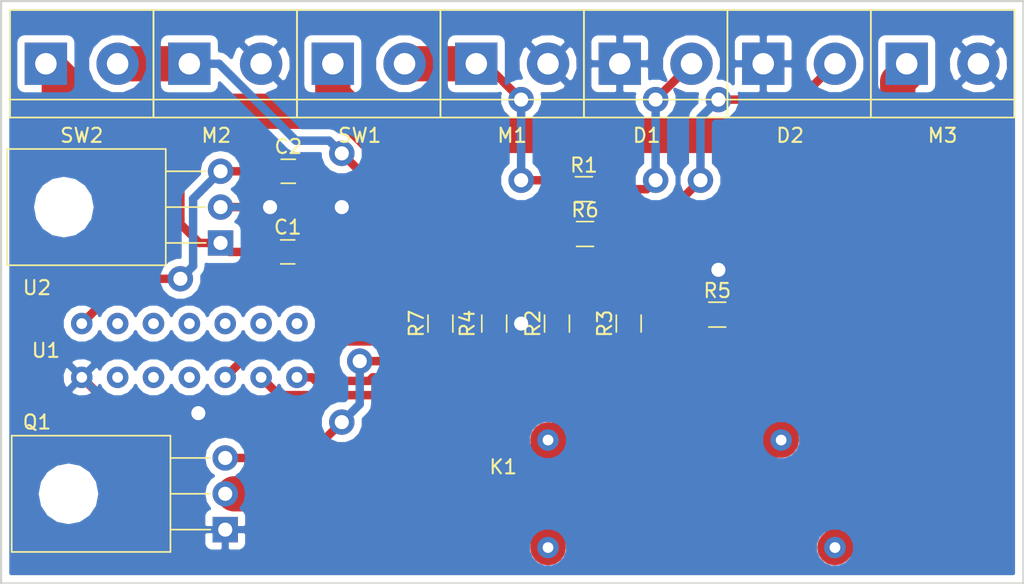
<source format=kicad_pcb>
(kicad_pcb (version 4) (host pcbnew 4.0.7)

  (general
    (links 29)
    (no_connects 0)
    (area 101.524999 63.424999 174.065001 104.850001)
    (thickness 1.6)
    (drawings 4)
    (tracks 136)
    (zones 0)
    (modules 20)
    (nets 15)
  )

  (page A4)
  (layers
    (0 F.Cu signal hide)
    (31 B.Cu signal hide)
    (32 B.Adhes user)
    (33 F.Adhes user)
    (34 B.Paste user)
    (35 F.Paste user)
    (36 B.SilkS user)
    (37 F.SilkS user)
    (38 B.Mask user)
    (39 F.Mask user)
    (40 Dwgs.User user)
    (41 Cmts.User user)
    (42 Eco1.User user)
    (43 Eco2.User user)
    (44 Edge.Cuts user)
    (45 Margin user)
    (46 B.CrtYd user)
    (47 F.CrtYd user)
    (48 B.Fab user)
    (49 F.Fab user)
  )

  (setup
    (last_trace_width 0.25)
    (user_trace_width 0.6)
    (user_trace_width 2.5)
    (trace_clearance 0.2)
    (zone_clearance 0.508)
    (zone_45_only no)
    (trace_min 0.2)
    (segment_width 0.2)
    (edge_width 0.15)
    (via_size 0.6)
    (via_drill 0.4)
    (via_min_size 0.4)
    (via_min_drill 0.3)
    (user_via 1.8 1)
    (uvia_size 0.3)
    (uvia_drill 0.1)
    (uvias_allowed no)
    (uvia_min_size 0.2)
    (uvia_min_drill 0.1)
    (pcb_text_width 0.3)
    (pcb_text_size 1.5 1.5)
    (mod_edge_width 0.15)
    (mod_text_size 1 1)
    (mod_text_width 0.15)
    (pad_size 1.524 1.524)
    (pad_drill 0.762)
    (pad_to_mask_clearance 0.2)
    (aux_axis_origin 0 0)
    (visible_elements 7FFFFFFF)
    (pcbplotparams
      (layerselection 0x010e0_80000001)
      (usegerberextensions false)
      (excludeedgelayer true)
      (linewidth 0.100000)
      (plotframeref false)
      (viasonmask false)
      (mode 1)
      (useauxorigin false)
      (hpglpennumber 1)
      (hpglpenspeed 20)
      (hpglpendiameter 15)
      (hpglpenoverlay 2)
      (psnegative false)
      (psa4output false)
      (plotreference true)
      (plotvalue true)
      (plotinvisibletext false)
      (padsonsilk false)
      (subtractmaskfromsilk false)
      (outputformat 1)
      (mirror false)
      (drillshape 0)
      (scaleselection 1)
      (outputdirectory Gerbers/))
  )

  (net 0 "")
  (net 1 +12V)
  (net 2 GND)
  (net 3 Vcc)
  (net 4 "Net-(D1-Pad2)")
  (net 5 "Net-(D2-Pad2)")
  (net 6 "Net-(K1-PadA2)")
  (net 7 "Net-(Q1-Pad3)")
  (net 8 "Net-(M1-Pad1)")
  (net 9 "Net-(R2-Pad1)")
  (net 10 "Net-(M2-Pad1)")
  (net 11 "Net-(R3-Pad1)")
  (net 12 "Net-(R4-Pad1)")
  (net 13 "Net-(R7-Pad2)")
  (net 14 "Net-(K1-Pad11)")

  (net_class Default "This is the default net class."
    (clearance 0.2)
    (trace_width 0.25)
    (via_dia 0.6)
    (via_drill 0.4)
    (uvia_dia 0.3)
    (uvia_drill 0.1)
    (add_net GND)
    (add_net "Net-(D1-Pad2)")
    (add_net "Net-(D2-Pad2)")
    (add_net "Net-(K1-Pad11)")
    (add_net "Net-(K1-PadA2)")
    (add_net "Net-(M1-Pad1)")
    (add_net "Net-(M2-Pad1)")
    (add_net "Net-(Q1-Pad3)")
    (add_net "Net-(R2-Pad1)")
    (add_net "Net-(R3-Pad1)")
    (add_net "Net-(R4-Pad1)")
    (add_net "Net-(R7-Pad2)")
    (add_net Vcc)
  )

  (net_class 3APWR ""
    (clearance 0.2)
    (trace_width 2.5)
    (via_dia 0.6)
    (via_drill 0.4)
    (uvia_dia 0.3)
    (uvia_drill 0.1)
    (add_net +12V)
  )

  (module Capacitors_SMD:C_0805_HandSoldering (layer F.Cu) (tedit 58AA84A8) (tstamp 5AE5F7AC)
    (at 121.9 81.28)
    (descr "Capacitor SMD 0805, hand soldering")
    (tags "capacitor 0805")
    (path /5ADF3B0D)
    (attr smd)
    (fp_text reference C1 (at 0 -1.75) (layer F.SilkS)
      (effects (font (size 1 1) (thickness 0.15)))
    )
    (fp_text value C (at 0 1.75) (layer F.Fab)
      (effects (font (size 1 1) (thickness 0.15)))
    )
    (fp_text user %R (at 0 -1.75) (layer F.Fab)
      (effects (font (size 1 1) (thickness 0.15)))
    )
    (fp_line (start -1 0.62) (end -1 -0.62) (layer F.Fab) (width 0.1))
    (fp_line (start 1 0.62) (end -1 0.62) (layer F.Fab) (width 0.1))
    (fp_line (start 1 -0.62) (end 1 0.62) (layer F.Fab) (width 0.1))
    (fp_line (start -1 -0.62) (end 1 -0.62) (layer F.Fab) (width 0.1))
    (fp_line (start 0.5 -0.85) (end -0.5 -0.85) (layer F.SilkS) (width 0.12))
    (fp_line (start -0.5 0.85) (end 0.5 0.85) (layer F.SilkS) (width 0.12))
    (fp_line (start -2.25 -0.88) (end 2.25 -0.88) (layer F.CrtYd) (width 0.05))
    (fp_line (start -2.25 -0.88) (end -2.25 0.87) (layer F.CrtYd) (width 0.05))
    (fp_line (start 2.25 0.87) (end 2.25 -0.88) (layer F.CrtYd) (width 0.05))
    (fp_line (start 2.25 0.87) (end -2.25 0.87) (layer F.CrtYd) (width 0.05))
    (pad 1 smd rect (at -1.25 0) (size 1.5 1.25) (layers F.Cu F.Paste F.Mask)
      (net 1 +12V))
    (pad 2 smd rect (at 1.25 0) (size 1.5 1.25) (layers F.Cu F.Paste F.Mask)
      (net 2 GND))
    (model Capacitors_SMD.3dshapes/C_0805.wrl
      (at (xyz 0 0 0))
      (scale (xyz 1 1 1))
      (rotate (xyz 0 0 0))
    )
  )

  (module Capacitors_SMD:C_0805_HandSoldering (layer F.Cu) (tedit 58AA84A8) (tstamp 5AE5F7B2)
    (at 121.94 75.565)
    (descr "Capacitor SMD 0805, hand soldering")
    (tags "capacitor 0805")
    (path /5ADF3A42)
    (attr smd)
    (fp_text reference C2 (at 0 -1.75) (layer F.SilkS)
      (effects (font (size 1 1) (thickness 0.15)))
    )
    (fp_text value C (at 0 1.75) (layer F.Fab)
      (effects (font (size 1 1) (thickness 0.15)))
    )
    (fp_text user %R (at 0 -1.75) (layer F.Fab)
      (effects (font (size 1 1) (thickness 0.15)))
    )
    (fp_line (start -1 0.62) (end -1 -0.62) (layer F.Fab) (width 0.1))
    (fp_line (start 1 0.62) (end -1 0.62) (layer F.Fab) (width 0.1))
    (fp_line (start 1 -0.62) (end 1 0.62) (layer F.Fab) (width 0.1))
    (fp_line (start -1 -0.62) (end 1 -0.62) (layer F.Fab) (width 0.1))
    (fp_line (start 0.5 -0.85) (end -0.5 -0.85) (layer F.SilkS) (width 0.12))
    (fp_line (start -0.5 0.85) (end 0.5 0.85) (layer F.SilkS) (width 0.12))
    (fp_line (start -2.25 -0.88) (end 2.25 -0.88) (layer F.CrtYd) (width 0.05))
    (fp_line (start -2.25 -0.88) (end -2.25 0.87) (layer F.CrtYd) (width 0.05))
    (fp_line (start 2.25 0.87) (end 2.25 -0.88) (layer F.CrtYd) (width 0.05))
    (fp_line (start 2.25 0.87) (end -2.25 0.87) (layer F.CrtYd) (width 0.05))
    (pad 1 smd rect (at -1.25 0) (size 1.5 1.25) (layers F.Cu F.Paste F.Mask)
      (net 3 Vcc))
    (pad 2 smd rect (at 1.25 0) (size 1.5 1.25) (layers F.Cu F.Paste F.Mask)
      (net 2 GND))
    (model Capacitors_SMD.3dshapes/C_0805.wrl
      (at (xyz 0 0 0))
      (scale (xyz 1 1 1))
      (rotate (xyz 0 0 0))
    )
  )

  (module .pretty:SPSTRELAYPANASONIC (layer F.Cu) (tedit 5AE6F4E7) (tstamp 5AE5F7C6)
    (at 140.335 94.615)
    (path /5ADF2B92)
    (fp_text reference K1 (at -3.175 1.905) (layer F.SilkS)
      (effects (font (size 1 1) (thickness 0.15)))
    )
    (fp_text value FINDER-32.21-x300 (at 0 -0.5) (layer F.Fab)
      (effects (font (size 1 1) (thickness 0.15)))
    )
    (pad 1 thru_hole circle (at 0 0) (size 1.524 1.524) (drill 0.762) (layers *.Cu *.Mask))
    (pad 2 thru_hole circle (at 16.51 0) (size 1.524 1.524) (drill 0.762) (layers *.Cu *.Mask))
    (pad 3 thru_hole circle (at 0 7.62) (size 1.524 1.524) (drill 0.762) (layers *.Cu *.Mask))
    (pad 4 thru_hole circle (at 20.32 7.62) (size 1.524 1.524) (drill 0.762) (layers *.Cu *.Mask))
  )

  (module TO_SOT_Packages_THT:TO-126_Horizontal (layer F.Cu) (tedit 58CE52AC) (tstamp 5AE5F7CE)
    (at 117.475 100.965 90)
    (descr "TO-126, Horizontal, RM 2.54mm")
    (tags "TO-126 Horizontal RM 2.54mm")
    (path /5ADF2C93)
    (fp_text reference Q1 (at 7.62 -13.335 180) (layer F.SilkS)
      (effects (font (size 1 1) (thickness 0.15)))
    )
    (fp_text value BD139 (at 2.54 1.9 90) (layer F.Fab)
      (effects (font (size 1 1) (thickness 0.15)))
    )
    (fp_text user %R (at 2.54 -16.12 90) (layer F.Fab)
      (effects (font (size 1 1) (thickness 0.15)))
    )
    (fp_line (start -1.46 -4) (end -1.46 -15) (layer F.Fab) (width 0.1))
    (fp_line (start -1.46 -15) (end 6.54 -15) (layer F.Fab) (width 0.1))
    (fp_line (start 6.54 -15) (end 6.54 -4) (layer F.Fab) (width 0.1))
    (fp_line (start 6.54 -4) (end -1.46 -4) (layer F.Fab) (width 0.1))
    (fp_line (start 0 -4) (end 0 0) (layer F.Fab) (width 0.1))
    (fp_line (start 2.54 -4) (end 2.54 0) (layer F.Fab) (width 0.1))
    (fp_line (start 5.08 -4) (end 5.08 0) (layer F.Fab) (width 0.1))
    (fp_line (start -1.58 -3.88) (end 6.66 -3.88) (layer F.SilkS) (width 0.12))
    (fp_line (start -1.58 -15.12) (end 6.66 -15.12) (layer F.SilkS) (width 0.12))
    (fp_line (start -1.58 -15.12) (end -1.58 -3.88) (layer F.SilkS) (width 0.12))
    (fp_line (start 6.66 -15.12) (end 6.66 -3.88) (layer F.SilkS) (width 0.12))
    (fp_line (start 0 -3.88) (end 0 -1.05) (layer F.SilkS) (width 0.12))
    (fp_line (start 2.54 -3.88) (end 2.54 -1.066) (layer F.SilkS) (width 0.12))
    (fp_line (start 5.08 -3.88) (end 5.08 -1.066) (layer F.SilkS) (width 0.12))
    (fp_line (start -1.71 -15.25) (end -1.71 1.15) (layer F.CrtYd) (width 0.05))
    (fp_line (start -1.71 1.15) (end 6.79 1.15) (layer F.CrtYd) (width 0.05))
    (fp_line (start 6.79 1.15) (end 6.79 -15.25) (layer F.CrtYd) (width 0.05))
    (fp_line (start 6.79 -15.25) (end -1.71 -15.25) (layer F.CrtYd) (width 0.05))
    (fp_circle (center 2.54 -11.1) (end 4.14 -11.1) (layer F.Fab) (width 0.1))
    (pad 0 np_thru_hole oval (at 2.54 -11.1 90) (size 3.2 3.2) (drill 3.2) (layers *.Cu *.Mask))
    (pad 1 thru_hole rect (at 0 0 90) (size 1.8 1.8) (drill 1) (layers *.Cu *.Mask)
      (net 2 GND))
    (pad 2 thru_hole oval (at 2.54 0 90) (size 1.8 1.8) (drill 1) (layers *.Cu *.Mask)
      (net 6 "Net-(K1-PadA2)"))
    (pad 3 thru_hole oval (at 5.08 0 90) (size 1.8 1.8) (drill 1) (layers *.Cu *.Mask)
      (net 7 "Net-(Q1-Pad3)"))
    (model ${KISYS3DMOD}/TO_SOT_Packages_THT.3dshapes/TO-126_Horizontal.wrl
      (at (xyz 0.1 0.2 0))
      (scale (xyz 1 1 1))
      (rotate (xyz 0 0 0))
    )
  )

  (module Resistors_SMD:R_0805_HandSoldering (layer F.Cu) (tedit 58E0A804) (tstamp 5AE5F7D4)
    (at 142.875 76.835)
    (descr "Resistor SMD 0805, hand soldering")
    (tags "resistor 0805")
    (path /5ADF14D0)
    (attr smd)
    (fp_text reference R1 (at 0 -1.7) (layer F.SilkS)
      (effects (font (size 1 1) (thickness 0.15)))
    )
    (fp_text value R (at 0 1.75) (layer F.Fab)
      (effects (font (size 1 1) (thickness 0.15)))
    )
    (fp_text user %R (at 0 0) (layer F.Fab)
      (effects (font (size 0.5 0.5) (thickness 0.075)))
    )
    (fp_line (start -1 0.62) (end -1 -0.62) (layer F.Fab) (width 0.1))
    (fp_line (start 1 0.62) (end -1 0.62) (layer F.Fab) (width 0.1))
    (fp_line (start 1 -0.62) (end 1 0.62) (layer F.Fab) (width 0.1))
    (fp_line (start -1 -0.62) (end 1 -0.62) (layer F.Fab) (width 0.1))
    (fp_line (start 0.6 0.88) (end -0.6 0.88) (layer F.SilkS) (width 0.12))
    (fp_line (start -0.6 -0.88) (end 0.6 -0.88) (layer F.SilkS) (width 0.12))
    (fp_line (start -2.35 -0.9) (end 2.35 -0.9) (layer F.CrtYd) (width 0.05))
    (fp_line (start -2.35 -0.9) (end -2.35 0.9) (layer F.CrtYd) (width 0.05))
    (fp_line (start 2.35 0.9) (end 2.35 -0.9) (layer F.CrtYd) (width 0.05))
    (fp_line (start 2.35 0.9) (end -2.35 0.9) (layer F.CrtYd) (width 0.05))
    (pad 1 smd rect (at -1.35 0) (size 1.5 1.3) (layers F.Cu F.Paste F.Mask)
      (net 8 "Net-(M1-Pad1)"))
    (pad 2 smd rect (at 1.35 0) (size 1.5 1.3) (layers F.Cu F.Paste F.Mask)
      (net 4 "Net-(D1-Pad2)"))
    (model ${KISYS3DMOD}/Resistors_SMD.3dshapes/R_0805.wrl
      (at (xyz 0 0 0))
      (scale (xyz 1 1 1))
      (rotate (xyz 0 0 0))
    )
  )

  (module Resistors_SMD:R_0805_HandSoldering (layer F.Cu) (tedit 58E0A804) (tstamp 5AE5F7DA)
    (at 140.97 86.36 90)
    (descr "Resistor SMD 0805, hand soldering")
    (tags "resistor 0805")
    (path /5ADF177F)
    (attr smd)
    (fp_text reference R2 (at 0 -1.7 90) (layer F.SilkS)
      (effects (font (size 1 1) (thickness 0.15)))
    )
    (fp_text value R (at 0 1.75 90) (layer F.Fab)
      (effects (font (size 1 1) (thickness 0.15)))
    )
    (fp_text user %R (at 0 0 90) (layer F.Fab)
      (effects (font (size 0.5 0.5) (thickness 0.075)))
    )
    (fp_line (start -1 0.62) (end -1 -0.62) (layer F.Fab) (width 0.1))
    (fp_line (start 1 0.62) (end -1 0.62) (layer F.Fab) (width 0.1))
    (fp_line (start 1 -0.62) (end 1 0.62) (layer F.Fab) (width 0.1))
    (fp_line (start -1 -0.62) (end 1 -0.62) (layer F.Fab) (width 0.1))
    (fp_line (start 0.6 0.88) (end -0.6 0.88) (layer F.SilkS) (width 0.12))
    (fp_line (start -0.6 -0.88) (end 0.6 -0.88) (layer F.SilkS) (width 0.12))
    (fp_line (start -2.35 -0.9) (end 2.35 -0.9) (layer F.CrtYd) (width 0.05))
    (fp_line (start -2.35 -0.9) (end -2.35 0.9) (layer F.CrtYd) (width 0.05))
    (fp_line (start 2.35 0.9) (end 2.35 -0.9) (layer F.CrtYd) (width 0.05))
    (fp_line (start 2.35 0.9) (end -2.35 0.9) (layer F.CrtYd) (width 0.05))
    (pad 1 smd rect (at -1.35 0 90) (size 1.5 1.3) (layers F.Cu F.Paste F.Mask)
      (net 9 "Net-(R2-Pad1)"))
    (pad 2 smd rect (at 1.35 0 90) (size 1.5 1.3) (layers F.Cu F.Paste F.Mask)
      (net 10 "Net-(M2-Pad1)"))
    (model ${KISYS3DMOD}/Resistors_SMD.3dshapes/R_0805.wrl
      (at (xyz 0 0 0))
      (scale (xyz 1 1 1))
      (rotate (xyz 0 0 0))
    )
  )

  (module Resistors_SMD:R_0805_HandSoldering (layer F.Cu) (tedit 58E0A804) (tstamp 5AE5F7E0)
    (at 146.05 86.36 90)
    (descr "Resistor SMD 0805, hand soldering")
    (tags "resistor 0805")
    (path /5ADF1888)
    (attr smd)
    (fp_text reference R3 (at 0 -1.7 90) (layer F.SilkS)
      (effects (font (size 1 1) (thickness 0.15)))
    )
    (fp_text value R (at 0 1.75 90) (layer F.Fab)
      (effects (font (size 1 1) (thickness 0.15)))
    )
    (fp_text user %R (at 0 0 90) (layer F.Fab)
      (effects (font (size 0.5 0.5) (thickness 0.075)))
    )
    (fp_line (start -1 0.62) (end -1 -0.62) (layer F.Fab) (width 0.1))
    (fp_line (start 1 0.62) (end -1 0.62) (layer F.Fab) (width 0.1))
    (fp_line (start 1 -0.62) (end 1 0.62) (layer F.Fab) (width 0.1))
    (fp_line (start -1 -0.62) (end 1 -0.62) (layer F.Fab) (width 0.1))
    (fp_line (start 0.6 0.88) (end -0.6 0.88) (layer F.SilkS) (width 0.12))
    (fp_line (start -0.6 -0.88) (end 0.6 -0.88) (layer F.SilkS) (width 0.12))
    (fp_line (start -2.35 -0.9) (end 2.35 -0.9) (layer F.CrtYd) (width 0.05))
    (fp_line (start -2.35 -0.9) (end -2.35 0.9) (layer F.CrtYd) (width 0.05))
    (fp_line (start 2.35 0.9) (end 2.35 -0.9) (layer F.CrtYd) (width 0.05))
    (fp_line (start 2.35 0.9) (end -2.35 0.9) (layer F.CrtYd) (width 0.05))
    (pad 1 smd rect (at -1.35 0 90) (size 1.5 1.3) (layers F.Cu F.Paste F.Mask)
      (net 11 "Net-(R3-Pad1)"))
    (pad 2 smd rect (at 1.35 0 90) (size 1.5 1.3) (layers F.Cu F.Paste F.Mask)
      (net 8 "Net-(M1-Pad1)"))
    (model ${KISYS3DMOD}/Resistors_SMD.3dshapes/R_0805.wrl
      (at (xyz 0 0 0))
      (scale (xyz 1 1 1))
      (rotate (xyz 0 0 0))
    )
  )

  (module Resistors_SMD:R_0805_HandSoldering (layer F.Cu) (tedit 5AE6F38D) (tstamp 5AE5F7E6)
    (at 136.525 86.36 270)
    (descr "Resistor SMD 0805, hand soldering")
    (tags "resistor 0805")
    (path /5ADF191D)
    (attr smd)
    (fp_text reference R4 (at 0 1.905 270) (layer F.SilkS)
      (effects (font (size 1 1) (thickness 0.15)))
    )
    (fp_text value R (at 0 1.75 270) (layer F.Fab)
      (effects (font (size 1 1) (thickness 0.15)))
    )
    (fp_text user %R (at 0 0 270) (layer F.Fab)
      (effects (font (size 0.5 0.5) (thickness 0.075)))
    )
    (fp_line (start -1 0.62) (end -1 -0.62) (layer F.Fab) (width 0.1))
    (fp_line (start 1 0.62) (end -1 0.62) (layer F.Fab) (width 0.1))
    (fp_line (start 1 -0.62) (end 1 0.62) (layer F.Fab) (width 0.1))
    (fp_line (start -1 -0.62) (end 1 -0.62) (layer F.Fab) (width 0.1))
    (fp_line (start 0.6 0.88) (end -0.6 0.88) (layer F.SilkS) (width 0.12))
    (fp_line (start -0.6 -0.88) (end 0.6 -0.88) (layer F.SilkS) (width 0.12))
    (fp_line (start -2.35 -0.9) (end 2.35 -0.9) (layer F.CrtYd) (width 0.05))
    (fp_line (start -2.35 -0.9) (end -2.35 0.9) (layer F.CrtYd) (width 0.05))
    (fp_line (start 2.35 0.9) (end 2.35 -0.9) (layer F.CrtYd) (width 0.05))
    (fp_line (start 2.35 0.9) (end -2.35 0.9) (layer F.CrtYd) (width 0.05))
    (pad 1 smd rect (at -1.35 0 270) (size 1.5 1.3) (layers F.Cu F.Paste F.Mask)
      (net 12 "Net-(R4-Pad1)"))
    (pad 2 smd rect (at 1.35 0 270) (size 1.5 1.3) (layers F.Cu F.Paste F.Mask)
      (net 2 GND))
    (model ${KISYS3DMOD}/Resistors_SMD.3dshapes/R_0805.wrl
      (at (xyz 0 0 0))
      (scale (xyz 1 1 1))
      (rotate (xyz 0 0 0))
    )
  )

  (module Resistors_SMD:R_0805_HandSoldering (layer F.Cu) (tedit 58E0A804) (tstamp 5AE5F7EC)
    (at 152.32 85.725)
    (descr "Resistor SMD 0805, hand soldering")
    (tags "resistor 0805")
    (path /5ADF1998)
    (attr smd)
    (fp_text reference R5 (at 0 -1.7) (layer F.SilkS)
      (effects (font (size 1 1) (thickness 0.15)))
    )
    (fp_text value R (at 0 1.75) (layer F.Fab)
      (effects (font (size 1 1) (thickness 0.15)))
    )
    (fp_text user %R (at 0 0) (layer F.Fab)
      (effects (font (size 0.5 0.5) (thickness 0.075)))
    )
    (fp_line (start -1 0.62) (end -1 -0.62) (layer F.Fab) (width 0.1))
    (fp_line (start 1 0.62) (end -1 0.62) (layer F.Fab) (width 0.1))
    (fp_line (start 1 -0.62) (end 1 0.62) (layer F.Fab) (width 0.1))
    (fp_line (start -1 -0.62) (end 1 -0.62) (layer F.Fab) (width 0.1))
    (fp_line (start 0.6 0.88) (end -0.6 0.88) (layer F.SilkS) (width 0.12))
    (fp_line (start -0.6 -0.88) (end 0.6 -0.88) (layer F.SilkS) (width 0.12))
    (fp_line (start -2.35 -0.9) (end 2.35 -0.9) (layer F.CrtYd) (width 0.05))
    (fp_line (start -2.35 -0.9) (end -2.35 0.9) (layer F.CrtYd) (width 0.05))
    (fp_line (start 2.35 0.9) (end 2.35 -0.9) (layer F.CrtYd) (width 0.05))
    (fp_line (start 2.35 0.9) (end -2.35 0.9) (layer F.CrtYd) (width 0.05))
    (pad 1 smd rect (at -1.35 0) (size 1.5 1.3) (layers F.Cu F.Paste F.Mask)
      (net 11 "Net-(R3-Pad1)"))
    (pad 2 smd rect (at 1.35 0) (size 1.5 1.3) (layers F.Cu F.Paste F.Mask)
      (net 2 GND))
    (model ${KISYS3DMOD}/Resistors_SMD.3dshapes/R_0805.wrl
      (at (xyz 0 0 0))
      (scale (xyz 1 1 1))
      (rotate (xyz 0 0 0))
    )
  )

  (module Resistors_SMD:R_0805_HandSoldering (layer F.Cu) (tedit 58E0A804) (tstamp 5AE5F7F2)
    (at 142.955 80.01)
    (descr "Resistor SMD 0805, hand soldering")
    (tags "resistor 0805")
    (path /5ADF4920)
    (attr smd)
    (fp_text reference R6 (at 0 -1.7) (layer F.SilkS)
      (effects (font (size 1 1) (thickness 0.15)))
    )
    (fp_text value R (at 0 1.75) (layer F.Fab)
      (effects (font (size 1 1) (thickness 0.15)))
    )
    (fp_text user %R (at 0 0) (layer F.Fab)
      (effects (font (size 0.5 0.5) (thickness 0.075)))
    )
    (fp_line (start -1 0.62) (end -1 -0.62) (layer F.Fab) (width 0.1))
    (fp_line (start 1 0.62) (end -1 0.62) (layer F.Fab) (width 0.1))
    (fp_line (start 1 -0.62) (end 1 0.62) (layer F.Fab) (width 0.1))
    (fp_line (start -1 -0.62) (end 1 -0.62) (layer F.Fab) (width 0.1))
    (fp_line (start 0.6 0.88) (end -0.6 0.88) (layer F.SilkS) (width 0.12))
    (fp_line (start -0.6 -0.88) (end 0.6 -0.88) (layer F.SilkS) (width 0.12))
    (fp_line (start -2.35 -0.9) (end 2.35 -0.9) (layer F.CrtYd) (width 0.05))
    (fp_line (start -2.35 -0.9) (end -2.35 0.9) (layer F.CrtYd) (width 0.05))
    (fp_line (start 2.35 0.9) (end 2.35 -0.9) (layer F.CrtYd) (width 0.05))
    (fp_line (start 2.35 0.9) (end -2.35 0.9) (layer F.CrtYd) (width 0.05))
    (pad 1 smd rect (at -1.35 0) (size 1.5 1.3) (layers F.Cu F.Paste F.Mask)
      (net 10 "Net-(M2-Pad1)"))
    (pad 2 smd rect (at 1.35 0) (size 1.5 1.3) (layers F.Cu F.Paste F.Mask)
      (net 5 "Net-(D2-Pad2)"))
    (model ${KISYS3DMOD}/Resistors_SMD.3dshapes/R_0805.wrl
      (at (xyz 0 0 0))
      (scale (xyz 1 1 1))
      (rotate (xyz 0 0 0))
    )
  )

  (module Resistors_SMD:R_0805_HandSoldering (layer F.Cu) (tedit 58E0A804) (tstamp 5AE5F7F8)
    (at 132.715 86.36 90)
    (descr "Resistor SMD 0805, hand soldering")
    (tags "resistor 0805")
    (path /5ADF1A6A)
    (attr smd)
    (fp_text reference R7 (at 0 -1.7 90) (layer F.SilkS)
      (effects (font (size 1 1) (thickness 0.15)))
    )
    (fp_text value R (at 0 1.75 90) (layer F.Fab)
      (effects (font (size 1 1) (thickness 0.15)))
    )
    (fp_text user %R (at 0 0 90) (layer F.Fab)
      (effects (font (size 0.5 0.5) (thickness 0.075)))
    )
    (fp_line (start -1 0.62) (end -1 -0.62) (layer F.Fab) (width 0.1))
    (fp_line (start 1 0.62) (end -1 0.62) (layer F.Fab) (width 0.1))
    (fp_line (start 1 -0.62) (end 1 0.62) (layer F.Fab) (width 0.1))
    (fp_line (start -1 -0.62) (end 1 -0.62) (layer F.Fab) (width 0.1))
    (fp_line (start 0.6 0.88) (end -0.6 0.88) (layer F.SilkS) (width 0.12))
    (fp_line (start -0.6 -0.88) (end 0.6 -0.88) (layer F.SilkS) (width 0.12))
    (fp_line (start -2.35 -0.9) (end 2.35 -0.9) (layer F.CrtYd) (width 0.05))
    (fp_line (start -2.35 -0.9) (end -2.35 0.9) (layer F.CrtYd) (width 0.05))
    (fp_line (start 2.35 0.9) (end 2.35 -0.9) (layer F.CrtYd) (width 0.05))
    (fp_line (start 2.35 0.9) (end -2.35 0.9) (layer F.CrtYd) (width 0.05))
    (pad 1 smd rect (at -1.35 0 90) (size 1.5 1.3) (layers F.Cu F.Paste F.Mask)
      (net 7 "Net-(Q1-Pad3)"))
    (pad 2 smd rect (at 1.35 0 90) (size 1.5 1.3) (layers F.Cu F.Paste F.Mask)
      (net 13 "Net-(R7-Pad2)"))
    (model ${KISYS3DMOD}/Resistors_SMD.3dshapes/R_0805.wrl
      (at (xyz 0 0 0))
      (scale (xyz 1 1 1))
      (rotate (xyz 0 0 0))
    )
  )

  (module .pretty:XORGATE (layer F.Cu) (tedit 5AE6F274) (tstamp 5AE5F80A)
    (at 122.555 90.17 180)
    (path /5ADF19EB)
    (fp_text reference U1 (at 17.78 1.905 180) (layer F.SilkS)
      (effects (font (size 1 1) (thickness 0.15)))
    )
    (fp_text value 74LS386 (at 0 -0.5 180) (layer F.Fab)
      (effects (font (size 1 1) (thickness 0.15)))
    )
    (pad 1 thru_hole circle (at 0 0 180) (size 1.524 1.524) (drill 0.762) (layers *.Cu *.Mask)
      (net 9 "Net-(R2-Pad1)"))
    (pad 2 thru_hole circle (at 2.54 0 180) (size 1.524 1.524) (drill 0.762) (layers *.Cu *.Mask)
      (net 11 "Net-(R3-Pad1)"))
    (pad 3 thru_hole circle (at 5.08 0 180) (size 1.524 1.524) (drill 0.762) (layers *.Cu *.Mask)
      (net 13 "Net-(R7-Pad2)"))
    (pad 4 thru_hole circle (at 7.62 0 180) (size 1.524 1.524) (drill 0.762) (layers *.Cu *.Mask))
    (pad 5 thru_hole circle (at 10.16 0 180) (size 1.524 1.524) (drill 0.762) (layers *.Cu *.Mask))
    (pad 6 thru_hole circle (at 12.7 0 180) (size 1.524 1.524) (drill 0.762) (layers *.Cu *.Mask))
    (pad 7 thru_hole circle (at 15.24 0 180) (size 1.524 1.524) (drill 0.762) (layers *.Cu *.Mask)
      (net 2 GND))
    (pad 8 thru_hole circle (at 0 3.81 180) (size 1.524 1.524) (drill 0.762) (layers *.Cu *.Mask))
    (pad 9 thru_hole circle (at 2.54 3.81 180) (size 1.524 1.524) (drill 0.762) (layers *.Cu *.Mask))
    (pad 10 thru_hole circle (at 5.08 3.81 180) (size 1.524 1.524) (drill 0.762) (layers *.Cu *.Mask))
    (pad 11 thru_hole circle (at 7.62 3.81 180) (size 1.524 1.524) (drill 0.762) (layers *.Cu *.Mask))
    (pad 12 thru_hole circle (at 10.16 3.81 180) (size 1.524 1.524) (drill 0.762) (layers *.Cu *.Mask))
    (pad 13 thru_hole circle (at 12.7 3.81 180) (size 1.524 1.524) (drill 0.762) (layers *.Cu *.Mask))
    (pad 14 thru_hole circle (at 15.24 3.81 180) (size 1.524 1.524) (drill 0.762) (layers *.Cu *.Mask)
      (net 3 Vcc))
  )

  (module TO_SOT_Packages_THT:TO-126_Horizontal (layer F.Cu) (tedit 58CE52AC) (tstamp 5AE5F812)
    (at 117.145 80.645 90)
    (descr "TO-126, Horizontal, RM 2.54mm")
    (tags "TO-126 Horizontal RM 2.54mm")
    (path /5ADF3938)
    (fp_text reference U2 (at -3.175 -13.005 180) (layer F.SilkS)
      (effects (font (size 1 1) (thickness 0.15)))
    )
    (fp_text value L7805 (at 2.54 1.9 90) (layer F.Fab)
      (effects (font (size 1 1) (thickness 0.15)))
    )
    (fp_text user %R (at 2.54 -16.12 90) (layer F.Fab)
      (effects (font (size 1 1) (thickness 0.15)))
    )
    (fp_line (start -1.46 -4) (end -1.46 -15) (layer F.Fab) (width 0.1))
    (fp_line (start -1.46 -15) (end 6.54 -15) (layer F.Fab) (width 0.1))
    (fp_line (start 6.54 -15) (end 6.54 -4) (layer F.Fab) (width 0.1))
    (fp_line (start 6.54 -4) (end -1.46 -4) (layer F.Fab) (width 0.1))
    (fp_line (start 0 -4) (end 0 0) (layer F.Fab) (width 0.1))
    (fp_line (start 2.54 -4) (end 2.54 0) (layer F.Fab) (width 0.1))
    (fp_line (start 5.08 -4) (end 5.08 0) (layer F.Fab) (width 0.1))
    (fp_line (start -1.58 -3.88) (end 6.66 -3.88) (layer F.SilkS) (width 0.12))
    (fp_line (start -1.58 -15.12) (end 6.66 -15.12) (layer F.SilkS) (width 0.12))
    (fp_line (start -1.58 -15.12) (end -1.58 -3.88) (layer F.SilkS) (width 0.12))
    (fp_line (start 6.66 -15.12) (end 6.66 -3.88) (layer F.SilkS) (width 0.12))
    (fp_line (start 0 -3.88) (end 0 -1.05) (layer F.SilkS) (width 0.12))
    (fp_line (start 2.54 -3.88) (end 2.54 -1.066) (layer F.SilkS) (width 0.12))
    (fp_line (start 5.08 -3.88) (end 5.08 -1.066) (layer F.SilkS) (width 0.12))
    (fp_line (start -1.71 -15.25) (end -1.71 1.15) (layer F.CrtYd) (width 0.05))
    (fp_line (start -1.71 1.15) (end 6.79 1.15) (layer F.CrtYd) (width 0.05))
    (fp_line (start 6.79 1.15) (end 6.79 -15.25) (layer F.CrtYd) (width 0.05))
    (fp_line (start 6.79 -15.25) (end -1.71 -15.25) (layer F.CrtYd) (width 0.05))
    (fp_circle (center 2.54 -11.1) (end 4.14 -11.1) (layer F.Fab) (width 0.1))
    (pad 0 np_thru_hole oval (at 2.54 -11.1 90) (size 3.2 3.2) (drill 3.2) (layers *.Cu *.Mask))
    (pad 1 thru_hole rect (at 0 0 90) (size 1.8 1.8) (drill 1) (layers *.Cu *.Mask)
      (net 1 +12V))
    (pad 2 thru_hole oval (at 2.54 0 90) (size 1.8 1.8) (drill 1) (layers *.Cu *.Mask)
      (net 2 GND))
    (pad 3 thru_hole oval (at 5.08 0 90) (size 1.8 1.8) (drill 1) (layers *.Cu *.Mask)
      (net 3 Vcc))
    (model ${KISYS3DMOD}/TO_SOT_Packages_THT.3dshapes/TO-126_Horizontal.wrl
      (at (xyz 0.1 0.2 0))
      (scale (xyz 1 1 1))
      (rotate (xyz 0 0 0))
    )
  )

  (module TerminalBlock:TerminalBlock_bornier-2_P5.08mm (layer F.Cu) (tedit 59FF03AB) (tstamp 5AE5FC23)
    (at 135.255 67.945)
    (descr "simple 2-pin terminal block, pitch 5.08mm, revamped version of bornier2")
    (tags "terminal block bornier2")
    (path /5ADF0A3B)
    (fp_text reference M1 (at 2.54 5.08) (layer F.SilkS)
      (effects (font (size 1 1) (thickness 0.15)))
    )
    (fp_text value Motor_DC (at 2.54 5.08) (layer F.Fab)
      (effects (font (size 1 1) (thickness 0.15)))
    )
    (fp_text user %R (at 2.54 0) (layer F.Fab)
      (effects (font (size 1 1) (thickness 0.15)))
    )
    (fp_line (start -2.41 2.55) (end 7.49 2.55) (layer F.Fab) (width 0.1))
    (fp_line (start -2.46 -3.75) (end -2.46 3.75) (layer F.Fab) (width 0.1))
    (fp_line (start -2.46 3.75) (end 7.54 3.75) (layer F.Fab) (width 0.1))
    (fp_line (start 7.54 3.75) (end 7.54 -3.75) (layer F.Fab) (width 0.1))
    (fp_line (start 7.54 -3.75) (end -2.46 -3.75) (layer F.Fab) (width 0.1))
    (fp_line (start 7.62 2.54) (end -2.54 2.54) (layer F.SilkS) (width 0.12))
    (fp_line (start 7.62 3.81) (end 7.62 -3.81) (layer F.SilkS) (width 0.12))
    (fp_line (start 7.62 -3.81) (end -2.54 -3.81) (layer F.SilkS) (width 0.12))
    (fp_line (start -2.54 -3.81) (end -2.54 3.81) (layer F.SilkS) (width 0.12))
    (fp_line (start -2.54 3.81) (end 7.62 3.81) (layer F.SilkS) (width 0.12))
    (fp_line (start -2.71 -4) (end 7.79 -4) (layer F.CrtYd) (width 0.05))
    (fp_line (start -2.71 -4) (end -2.71 4) (layer F.CrtYd) (width 0.05))
    (fp_line (start 7.79 4) (end 7.79 -4) (layer F.CrtYd) (width 0.05))
    (fp_line (start 7.79 4) (end -2.71 4) (layer F.CrtYd) (width 0.05))
    (pad 1 thru_hole rect (at 0 0) (size 3 3) (drill 1.52) (layers *.Cu *.Mask)
      (net 8 "Net-(M1-Pad1)"))
    (pad 2 thru_hole circle (at 5.08 0) (size 3 3) (drill 1.52) (layers *.Cu *.Mask)
      (net 2 GND))
    (model ${KISYS3DMOD}/TerminalBlock.3dshapes/TerminalBlock_bornier-2_P5.08mm.wrl
      (at (xyz 0.1 0 0))
      (scale (xyz 1 1 1))
      (rotate (xyz 0 0 0))
    )
  )

  (module TerminalBlock:TerminalBlock_bornier-2_P5.08mm (layer F.Cu) (tedit 59FF03AB) (tstamp 5AE5FC29)
    (at 114.935 67.945)
    (descr "simple 2-pin terminal block, pitch 5.08mm, revamped version of bornier2")
    (tags "terminal block bornier2")
    (path /5ADF0AF4)
    (fp_text reference M2 (at 1.905 5.08) (layer F.SilkS)
      (effects (font (size 1 1) (thickness 0.15)))
    )
    (fp_text value Motor_DC (at 2.54 5.08) (layer F.Fab)
      (effects (font (size 1 1) (thickness 0.15)))
    )
    (fp_text user %R (at 2.54 0) (layer F.Fab)
      (effects (font (size 1 1) (thickness 0.15)))
    )
    (fp_line (start -2.41 2.55) (end 7.49 2.55) (layer F.Fab) (width 0.1))
    (fp_line (start -2.46 -3.75) (end -2.46 3.75) (layer F.Fab) (width 0.1))
    (fp_line (start -2.46 3.75) (end 7.54 3.75) (layer F.Fab) (width 0.1))
    (fp_line (start 7.54 3.75) (end 7.54 -3.75) (layer F.Fab) (width 0.1))
    (fp_line (start 7.54 -3.75) (end -2.46 -3.75) (layer F.Fab) (width 0.1))
    (fp_line (start 7.62 2.54) (end -2.54 2.54) (layer F.SilkS) (width 0.12))
    (fp_line (start 7.62 3.81) (end 7.62 -3.81) (layer F.SilkS) (width 0.12))
    (fp_line (start 7.62 -3.81) (end -2.54 -3.81) (layer F.SilkS) (width 0.12))
    (fp_line (start -2.54 -3.81) (end -2.54 3.81) (layer F.SilkS) (width 0.12))
    (fp_line (start -2.54 3.81) (end 7.62 3.81) (layer F.SilkS) (width 0.12))
    (fp_line (start -2.71 -4) (end 7.79 -4) (layer F.CrtYd) (width 0.05))
    (fp_line (start -2.71 -4) (end -2.71 4) (layer F.CrtYd) (width 0.05))
    (fp_line (start 7.79 4) (end 7.79 -4) (layer F.CrtYd) (width 0.05))
    (fp_line (start 7.79 4) (end -2.71 4) (layer F.CrtYd) (width 0.05))
    (pad 1 thru_hole rect (at 0 0) (size 3 3) (drill 1.52) (layers *.Cu *.Mask)
      (net 10 "Net-(M2-Pad1)"))
    (pad 2 thru_hole circle (at 5.08 0) (size 3 3) (drill 1.52) (layers *.Cu *.Mask)
      (net 2 GND))
    (model ${KISYS3DMOD}/TerminalBlock.3dshapes/TerminalBlock_bornier-2_P5.08mm.wrl
      (at (xyz 0.1 0 0))
      (scale (xyz 1 1 1))
      (rotate (xyz 0 0 0))
    )
  )

  (module TerminalBlock:TerminalBlock_bornier-2_P5.08mm (layer F.Cu) (tedit 59FF03AB) (tstamp 5AE5FC2F)
    (at 165.735 67.945)
    (descr "simple 2-pin terminal block, pitch 5.08mm, revamped version of bornier2")
    (tags "terminal block bornier2")
    (path /5ADF1BDB)
    (fp_text reference M3 (at 2.54 5.08) (layer F.SilkS)
      (effects (font (size 1 1) (thickness 0.15)))
    )
    (fp_text value Motor_DC (at 2.54 5.08) (layer F.Fab)
      (effects (font (size 1 1) (thickness 0.15)))
    )
    (fp_text user %R (at 2.54 0) (layer F.Fab)
      (effects (font (size 1 1) (thickness 0.15)))
    )
    (fp_line (start -2.41 2.55) (end 7.49 2.55) (layer F.Fab) (width 0.1))
    (fp_line (start -2.46 -3.75) (end -2.46 3.75) (layer F.Fab) (width 0.1))
    (fp_line (start -2.46 3.75) (end 7.54 3.75) (layer F.Fab) (width 0.1))
    (fp_line (start 7.54 3.75) (end 7.54 -3.75) (layer F.Fab) (width 0.1))
    (fp_line (start 7.54 -3.75) (end -2.46 -3.75) (layer F.Fab) (width 0.1))
    (fp_line (start 7.62 2.54) (end -2.54 2.54) (layer F.SilkS) (width 0.12))
    (fp_line (start 7.62 3.81) (end 7.62 -3.81) (layer F.SilkS) (width 0.12))
    (fp_line (start 7.62 -3.81) (end -2.54 -3.81) (layer F.SilkS) (width 0.12))
    (fp_line (start -2.54 -3.81) (end -2.54 3.81) (layer F.SilkS) (width 0.12))
    (fp_line (start -2.54 3.81) (end 7.62 3.81) (layer F.SilkS) (width 0.12))
    (fp_line (start -2.71 -4) (end 7.79 -4) (layer F.CrtYd) (width 0.05))
    (fp_line (start -2.71 -4) (end -2.71 4) (layer F.CrtYd) (width 0.05))
    (fp_line (start 7.79 4) (end 7.79 -4) (layer F.CrtYd) (width 0.05))
    (fp_line (start 7.79 4) (end -2.71 4) (layer F.CrtYd) (width 0.05))
    (pad 1 thru_hole rect (at 0 0) (size 3 3) (drill 1.52) (layers *.Cu *.Mask)
      (net 14 "Net-(K1-Pad11)"))
    (pad 2 thru_hole circle (at 5.08 0) (size 3 3) (drill 1.52) (layers *.Cu *.Mask)
      (net 2 GND))
    (model ${KISYS3DMOD}/TerminalBlock.3dshapes/TerminalBlock_bornier-2_P5.08mm.wrl
      (at (xyz 0.1 0 0))
      (scale (xyz 1 1 1))
      (rotate (xyz 0 0 0))
    )
  )

  (module TerminalBlock:TerminalBlock_bornier-2_P5.08mm (layer F.Cu) (tedit 59FF03AB) (tstamp 5AE5FC35)
    (at 125.095 67.945)
    (descr "simple 2-pin terminal block, pitch 5.08mm, revamped version of bornier2")
    (tags "terminal block bornier2")
    (path /5ADF122C)
    (fp_text reference SW1 (at 1.905 5.08) (layer F.SilkS)
      (effects (font (size 1 1) (thickness 0.15)))
    )
    (fp_text value SW_Push (at 2.54 5.08) (layer F.Fab)
      (effects (font (size 1 1) (thickness 0.15)))
    )
    (fp_text user %R (at 2.54 0) (layer F.Fab)
      (effects (font (size 1 1) (thickness 0.15)))
    )
    (fp_line (start -2.41 2.55) (end 7.49 2.55) (layer F.Fab) (width 0.1))
    (fp_line (start -2.46 -3.75) (end -2.46 3.75) (layer F.Fab) (width 0.1))
    (fp_line (start -2.46 3.75) (end 7.54 3.75) (layer F.Fab) (width 0.1))
    (fp_line (start 7.54 3.75) (end 7.54 -3.75) (layer F.Fab) (width 0.1))
    (fp_line (start 7.54 -3.75) (end -2.46 -3.75) (layer F.Fab) (width 0.1))
    (fp_line (start 7.62 2.54) (end -2.54 2.54) (layer F.SilkS) (width 0.12))
    (fp_line (start 7.62 3.81) (end 7.62 -3.81) (layer F.SilkS) (width 0.12))
    (fp_line (start 7.62 -3.81) (end -2.54 -3.81) (layer F.SilkS) (width 0.12))
    (fp_line (start -2.54 -3.81) (end -2.54 3.81) (layer F.SilkS) (width 0.12))
    (fp_line (start -2.54 3.81) (end 7.62 3.81) (layer F.SilkS) (width 0.12))
    (fp_line (start -2.71 -4) (end 7.79 -4) (layer F.CrtYd) (width 0.05))
    (fp_line (start -2.71 -4) (end -2.71 4) (layer F.CrtYd) (width 0.05))
    (fp_line (start 7.79 4) (end 7.79 -4) (layer F.CrtYd) (width 0.05))
    (fp_line (start 7.79 4) (end -2.71 4) (layer F.CrtYd) (width 0.05))
    (pad 1 thru_hole rect (at 0 0) (size 3 3) (drill 1.52) (layers *.Cu *.Mask)
      (net 1 +12V))
    (pad 2 thru_hole circle (at 5.08 0) (size 3 3) (drill 1.52) (layers *.Cu *.Mask)
      (net 8 "Net-(M1-Pad1)"))
    (model ${KISYS3DMOD}/TerminalBlock.3dshapes/TerminalBlock_bornier-2_P5.08mm.wrl
      (at (xyz 0.1 0 0))
      (scale (xyz 1 1 1))
      (rotate (xyz 0 0 0))
    )
  )

  (module TerminalBlock:TerminalBlock_bornier-2_P5.08mm (layer F.Cu) (tedit 59FF03AB) (tstamp 5AE5FC3B)
    (at 104.775 67.945)
    (descr "simple 2-pin terminal block, pitch 5.08mm, revamped version of bornier2")
    (tags "terminal block bornier2")
    (path /5ADF12FD)
    (fp_text reference SW2 (at 2.54 5.08) (layer F.SilkS)
      (effects (font (size 1 1) (thickness 0.15)))
    )
    (fp_text value SW_Push (at 2.54 5.08) (layer F.Fab)
      (effects (font (size 1 1) (thickness 0.15)))
    )
    (fp_text user %R (at 2.54 0) (layer F.Fab)
      (effects (font (size 1 1) (thickness 0.15)))
    )
    (fp_line (start -2.41 2.55) (end 7.49 2.55) (layer F.Fab) (width 0.1))
    (fp_line (start -2.46 -3.75) (end -2.46 3.75) (layer F.Fab) (width 0.1))
    (fp_line (start -2.46 3.75) (end 7.54 3.75) (layer F.Fab) (width 0.1))
    (fp_line (start 7.54 3.75) (end 7.54 -3.75) (layer F.Fab) (width 0.1))
    (fp_line (start 7.54 -3.75) (end -2.46 -3.75) (layer F.Fab) (width 0.1))
    (fp_line (start 7.62 2.54) (end -2.54 2.54) (layer F.SilkS) (width 0.12))
    (fp_line (start 7.62 3.81) (end 7.62 -3.81) (layer F.SilkS) (width 0.12))
    (fp_line (start 7.62 -3.81) (end -2.54 -3.81) (layer F.SilkS) (width 0.12))
    (fp_line (start -2.54 -3.81) (end -2.54 3.81) (layer F.SilkS) (width 0.12))
    (fp_line (start -2.54 3.81) (end 7.62 3.81) (layer F.SilkS) (width 0.12))
    (fp_line (start -2.71 -4) (end 7.79 -4) (layer F.CrtYd) (width 0.05))
    (fp_line (start -2.71 -4) (end -2.71 4) (layer F.CrtYd) (width 0.05))
    (fp_line (start 7.79 4) (end 7.79 -4) (layer F.CrtYd) (width 0.05))
    (fp_line (start 7.79 4) (end -2.71 4) (layer F.CrtYd) (width 0.05))
    (pad 1 thru_hole rect (at 0 0) (size 3 3) (drill 1.52) (layers *.Cu *.Mask)
      (net 1 +12V))
    (pad 2 thru_hole circle (at 5.08 0) (size 3 3) (drill 1.52) (layers *.Cu *.Mask)
      (net 10 "Net-(M2-Pad1)"))
    (model ${KISYS3DMOD}/TerminalBlock.3dshapes/TerminalBlock_bornier-2_P5.08mm.wrl
      (at (xyz 0.1 0 0))
      (scale (xyz 1 1 1))
      (rotate (xyz 0 0 0))
    )
  )

  (module TerminalBlock:TerminalBlock_bornier-2_P5.08mm (layer F.Cu) (tedit 59FF03AB) (tstamp 5AE61764)
    (at 145.415 67.945)
    (descr "simple 2-pin terminal block, pitch 5.08mm, revamped version of bornier2")
    (tags "terminal block bornier2")
    (path /5ADF16B4)
    (fp_text reference D1 (at 1.905 5.08) (layer F.SilkS)
      (effects (font (size 1 1) (thickness 0.15)))
    )
    (fp_text value LED (at 2.54 5.08) (layer F.Fab)
      (effects (font (size 1 1) (thickness 0.15)))
    )
    (fp_text user %R (at 2.54 0) (layer F.Fab)
      (effects (font (size 1 1) (thickness 0.15)))
    )
    (fp_line (start -2.41 2.55) (end 7.49 2.55) (layer F.Fab) (width 0.1))
    (fp_line (start -2.46 -3.75) (end -2.46 3.75) (layer F.Fab) (width 0.1))
    (fp_line (start -2.46 3.75) (end 7.54 3.75) (layer F.Fab) (width 0.1))
    (fp_line (start 7.54 3.75) (end 7.54 -3.75) (layer F.Fab) (width 0.1))
    (fp_line (start 7.54 -3.75) (end -2.46 -3.75) (layer F.Fab) (width 0.1))
    (fp_line (start 7.62 2.54) (end -2.54 2.54) (layer F.SilkS) (width 0.12))
    (fp_line (start 7.62 3.81) (end 7.62 -3.81) (layer F.SilkS) (width 0.12))
    (fp_line (start 7.62 -3.81) (end -2.54 -3.81) (layer F.SilkS) (width 0.12))
    (fp_line (start -2.54 -3.81) (end -2.54 3.81) (layer F.SilkS) (width 0.12))
    (fp_line (start -2.54 3.81) (end 7.62 3.81) (layer F.SilkS) (width 0.12))
    (fp_line (start -2.71 -4) (end 7.79 -4) (layer F.CrtYd) (width 0.05))
    (fp_line (start -2.71 -4) (end -2.71 4) (layer F.CrtYd) (width 0.05))
    (fp_line (start 7.79 4) (end 7.79 -4) (layer F.CrtYd) (width 0.05))
    (fp_line (start 7.79 4) (end -2.71 4) (layer F.CrtYd) (width 0.05))
    (pad 1 thru_hole rect (at 0 0) (size 3 3) (drill 1.52) (layers *.Cu *.Mask)
      (net 2 GND))
    (pad 2 thru_hole circle (at 5.08 0) (size 3 3) (drill 1.52) (layers *.Cu *.Mask)
      (net 4 "Net-(D1-Pad2)"))
    (model ${KISYS3DMOD}/TerminalBlock.3dshapes/TerminalBlock_bornier-2_P5.08mm.wrl
      (at (xyz 0.1 0 0))
      (scale (xyz 1 1 1))
      (rotate (xyz 0 0 0))
    )
  )

  (module TerminalBlock:TerminalBlock_bornier-2_P5.08mm (layer F.Cu) (tedit 59FF03AB) (tstamp 5AE6176A)
    (at 155.575 67.945)
    (descr "simple 2-pin terminal block, pitch 5.08mm, revamped version of bornier2")
    (tags "terminal block bornier2")
    (path /5ADF15FC)
    (fp_text reference D2 (at 1.905 5.08) (layer F.SilkS)
      (effects (font (size 1 1) (thickness 0.15)))
    )
    (fp_text value LED (at 2.54 5.08) (layer F.Fab)
      (effects (font (size 1 1) (thickness 0.15)))
    )
    (fp_text user %R (at 2.54 0) (layer F.Fab)
      (effects (font (size 1 1) (thickness 0.15)))
    )
    (fp_line (start -2.41 2.55) (end 7.49 2.55) (layer F.Fab) (width 0.1))
    (fp_line (start -2.46 -3.75) (end -2.46 3.75) (layer F.Fab) (width 0.1))
    (fp_line (start -2.46 3.75) (end 7.54 3.75) (layer F.Fab) (width 0.1))
    (fp_line (start 7.54 3.75) (end 7.54 -3.75) (layer F.Fab) (width 0.1))
    (fp_line (start 7.54 -3.75) (end -2.46 -3.75) (layer F.Fab) (width 0.1))
    (fp_line (start 7.62 2.54) (end -2.54 2.54) (layer F.SilkS) (width 0.12))
    (fp_line (start 7.62 3.81) (end 7.62 -3.81) (layer F.SilkS) (width 0.12))
    (fp_line (start 7.62 -3.81) (end -2.54 -3.81) (layer F.SilkS) (width 0.12))
    (fp_line (start -2.54 -3.81) (end -2.54 3.81) (layer F.SilkS) (width 0.12))
    (fp_line (start -2.54 3.81) (end 7.62 3.81) (layer F.SilkS) (width 0.12))
    (fp_line (start -2.71 -4) (end 7.79 -4) (layer F.CrtYd) (width 0.05))
    (fp_line (start -2.71 -4) (end -2.71 4) (layer F.CrtYd) (width 0.05))
    (fp_line (start 7.79 4) (end 7.79 -4) (layer F.CrtYd) (width 0.05))
    (fp_line (start 7.79 4) (end -2.71 4) (layer F.CrtYd) (width 0.05))
    (pad 1 thru_hole rect (at 0 0) (size 3 3) (drill 1.52) (layers *.Cu *.Mask)
      (net 2 GND))
    (pad 2 thru_hole circle (at 5.08 0) (size 3 3) (drill 1.52) (layers *.Cu *.Mask)
      (net 5 "Net-(D2-Pad2)"))
    (model ${KISYS3DMOD}/TerminalBlock.3dshapes/TerminalBlock_bornier-2_P5.08mm.wrl
      (at (xyz 0.1 0 0))
      (scale (xyz 1 1 1))
      (rotate (xyz 0 0 0))
    )
  )

  (gr_line (start 101.6 104.775) (end 101.6 63.5) (layer Edge.Cuts) (width 0.15))
  (gr_line (start 173.99 104.775) (end 101.6 104.775) (layer Edge.Cuts) (width 0.15))
  (gr_line (start 173.99 63.5) (end 173.99 104.775) (layer Edge.Cuts) (width 0.15))
  (gr_line (start 101.6 63.5) (end 173.99 63.5) (layer Edge.Cuts) (width 0.15))

  (segment (start 160.655 83.185) (end 160.655 73.66) (width 2.5) (layer F.Cu) (net 1))
  (segment (start 156.845 86.995) (end 160.655 83.185) (width 2.5) (layer F.Cu) (net 1))
  (segment (start 140.335 94.615) (end 140.335 95.25) (width 2.5) (layer F.Cu) (net 1))
  (segment (start 156.845 94.615) (end 156.845 86.995) (width 2.5) (layer F.Cu) (net 1))
  (segment (start 140.335 94.615) (end 156.845 94.615) (width 2.5) (layer F.Cu) (net 1))
  (segment (start 160.655 73.025) (end 160.655 82.750002) (width 2.5) (layer F.Cu) (net 1))
  (segment (start 160.655 82.750002) (end 158.75 84.655002) (width 2.5) (layer F.Cu) (net 1))
  (segment (start 125.398004 70.485) (end 127.938004 73.025) (width 2.5) (layer F.Cu) (net 1))
  (segment (start 125.095 70.485) (end 125.398004 70.485) (width 2.5) (layer F.Cu) (net 1))
  (segment (start 127.938004 73.025) (end 160.655 73.025) (width 2.5) (layer F.Cu) (net 1))
  (segment (start 104.775 67.945) (end 108.139998 71.309998) (width 2.5) (layer F.Cu) (net 1))
  (segment (start 108.139998 71.309998) (end 124.270002 71.309998) (width 2.5) (layer F.Cu) (net 1))
  (segment (start 124.270002 71.309998) (end 125.095 70.485) (width 2.5) (layer F.Cu) (net 1))
  (segment (start 114.3 71.755) (end 114.3 79.3) (width 0.6) (layer F.Cu) (net 1))
  (segment (start 114.3 79.3) (end 115.645 80.645) (width 0.6) (layer F.Cu) (net 1))
  (segment (start 115.645 80.645) (end 117.145 80.645) (width 0.6) (layer F.Cu) (net 1))
  (segment (start 113.665 71.12) (end 114.3 71.755) (width 0.6) (layer F.Cu) (net 1))
  (segment (start 105.85 71.12) (end 113.665 71.12) (width 0.6) (layer F.Cu) (net 1))
  (segment (start 104.775 67.945) (end 104.775 70.045) (width 0.6) (layer F.Cu) (net 1))
  (segment (start 104.775 70.045) (end 105.85 71.12) (width 0.6) (layer F.Cu) (net 1))
  (segment (start 120.65 81.28) (end 117.78 81.28) (width 0.6) (layer F.Cu) (net 1))
  (segment (start 117.78 81.28) (end 117.145 80.645) (width 0.6) (layer F.Cu) (net 1))
  (segment (start 125.095 67.945) (end 125.095 70.485) (width 2.5) (layer F.Cu) (net 1))
  (segment (start 107.315 90.17) (end 109.855 92.71) (width 0.6) (layer F.Cu) (net 2))
  (segment (start 109.855 92.71) (end 115.57 92.71) (width 0.6) (layer F.Cu) (net 2))
  (via (at 115.57 92.71) (size 1.8) (drill 1) (layers F.Cu B.Cu) (net 2))
  (segment (start 153.67 85.725) (end 153.67 83.82) (width 0.6) (layer F.Cu) (net 2))
  (segment (start 153.67 83.82) (end 152.4 82.55) (width 0.6) (layer F.Cu) (net 2))
  (via (at 152.4 82.55) (size 1.8) (drill 1) (layers F.Cu B.Cu) (net 2))
  (segment (start 136.525 87.71) (end 137.08 87.71) (width 0.6) (layer F.Cu) (net 2))
  (segment (start 137.08 87.71) (end 138.43 86.36) (width 0.6) (layer F.Cu) (net 2))
  (via (at 138.43 86.36) (size 1.8) (drill 1) (layers F.Cu B.Cu) (net 2))
  (segment (start 117.145 78.105) (end 120.65 78.105) (width 0.6) (layer F.Cu) (net 2))
  (via (at 120.65 78.105) (size 1.8) (drill 1) (layers F.Cu B.Cu) (net 2))
  (segment (start 125.73 78.105) (end 125.73 78.7) (width 0.6) (layer F.Cu) (net 2))
  (segment (start 125.73 78.7) (end 123.15 81.28) (width 0.6) (layer F.Cu) (net 2))
  (segment (start 123.19 75.565) (end 125.73 78.105) (width 0.6) (layer F.Cu) (net 2))
  (via (at 125.73 78.105) (size 1.8) (drill 1) (layers F.Cu B.Cu) (net 2))
  (via (at 117.475 100.965) (size 0.6) (drill 0.4) (layers F.Cu B.Cu) (net 2))
  (segment (start 136.525 87.63) (end 136.525 87.71) (width 0.25) (layer F.Cu) (net 2) (tstamp 5AE6F3E7))
  (via (at 170.815 67.945) (size 0.6) (drill 0.4) (layers F.Cu B.Cu) (net 2))
  (via (at 155.575 67.945) (size 0.6) (drill 0.4) (layers F.Cu B.Cu) (net 2))
  (via (at 145.415 67.945) (size 0.6) (drill 0.4) (layers F.Cu B.Cu) (net 2))
  (via (at 140.335 67.945) (size 0.6) (drill 0.4) (layers F.Cu B.Cu) (net 2))
  (via (at 120.015 67.945) (size 0.6) (drill 0.4) (layers F.Cu B.Cu) (net 2))
  (segment (start 114.3 83.185) (end 115.199999 82.285001) (width 0.6) (layer B.Cu) (net 3))
  (segment (start 115.199999 82.285001) (end 115.199999 77.510001) (width 0.6) (layer B.Cu) (net 3))
  (segment (start 115.199999 77.510001) (end 116.245001 76.464999) (width 0.6) (layer B.Cu) (net 3))
  (segment (start 116.245001 76.464999) (end 117.145 75.565) (width 0.6) (layer B.Cu) (net 3))
  (segment (start 107.315 86.36) (end 110.49 83.185) (width 0.6) (layer F.Cu) (net 3))
  (segment (start 110.49 83.185) (end 114.3 83.185) (width 0.6) (layer F.Cu) (net 3))
  (via (at 114.3 83.185) (size 1.8) (drill 1) (layers F.Cu B.Cu) (net 3))
  (segment (start 117.145 75.565) (end 120.69 75.565) (width 0.6) (layer F.Cu) (net 3))
  (segment (start 147.955 70.485) (end 150.495 67.945) (width 0.6) (layer F.Cu) (net 4))
  (segment (start 147.955 76.2) (end 147.955 70.485) (width 0.6) (layer B.Cu) (net 4))
  (via (at 147.955 70.485) (size 1.8) (drill 1) (layers F.Cu B.Cu) (net 4))
  (segment (start 144.225 76.835) (end 147.32 76.835) (width 0.6) (layer F.Cu) (net 4))
  (segment (start 147.32 76.835) (end 147.955 76.2) (width 0.6) (layer F.Cu) (net 4))
  (via (at 147.955 76.2) (size 1.8) (drill 1) (layers F.Cu B.Cu) (net 4))
  (segment (start 152.4 70.485) (end 158.115 70.485) (width 0.6) (layer F.Cu) (net 5))
  (segment (start 158.115 70.485) (end 160.655 67.945) (width 0.6) (layer F.Cu) (net 5))
  (segment (start 151.13 76.2) (end 151.13 71.755) (width 0.6) (layer B.Cu) (net 5))
  (segment (start 151.13 71.755) (end 152.4 70.485) (width 0.6) (layer B.Cu) (net 5))
  (via (at 152.4 70.485) (size 1.8) (drill 1) (layers F.Cu B.Cu) (net 5))
  (segment (start 144.305 80.01) (end 147.32 80.01) (width 0.6) (layer F.Cu) (net 5))
  (segment (start 147.32 80.01) (end 151.13 76.2) (width 0.6) (layer F.Cu) (net 5))
  (via (at 151.13 76.2) (size 1.8) (drill 1) (layers F.Cu B.Cu) (net 5))
  (segment (start 138.43 98.425) (end 118.11 98.425) (width 2.5) (layer F.Cu) (net 6))
  (segment (start 140.335 100.33) (end 138.43 98.425) (width 2.5) (layer F.Cu) (net 6))
  (segment (start 140.335 102.235) (end 140.335 100.33) (width 2.5) (layer F.Cu) (net 6))
  (segment (start 140.335 102.235) (end 140.335 100.965) (width 2.5) (layer F.Cu) (net 6))
  (segment (start 128.272792 89.022011) (end 127 89.022011) (width 0.6) (layer F.Cu) (net 7))
  (segment (start 130.152989 89.022011) (end 128.272792 89.022011) (width 0.6) (layer F.Cu) (net 7))
  (via (at 127 89.022011) (size 1.8) (drill 1) (layers F.Cu B.Cu) (net 7))
  (segment (start 132.715 87.71) (end 131.465 87.71) (width 0.6) (layer F.Cu) (net 7))
  (segment (start 131.465 87.71) (end 130.152989 89.022011) (width 0.6) (layer F.Cu) (net 7))
  (segment (start 127 90.294803) (end 127 89.022011) (width 0.6) (layer B.Cu) (net 7))
  (segment (start 125.73 93.345) (end 127 92.075) (width 0.6) (layer B.Cu) (net 7))
  (segment (start 127 92.075) (end 127 90.294803) (width 0.6) (layer B.Cu) (net 7))
  (segment (start 125.73 93.345) (end 123.19 95.885) (width 0.6) (layer F.Cu) (net 7))
  (segment (start 123.19 95.885) (end 117.475 95.885) (width 0.6) (layer F.Cu) (net 7))
  (via (at 125.73 93.345) (size 1.8) (drill 1) (layers F.Cu B.Cu) (net 7))
  (segment (start 146.05 85.01) (end 146.05 84.91) (width 0.6) (layer F.Cu) (net 8))
  (segment (start 146.05 84.91) (end 142.875 81.735) (width 0.6) (layer F.Cu) (net 8))
  (segment (start 142.875 81.735) (end 142.875 78.085) (width 0.6) (layer F.Cu) (net 8))
  (segment (start 142.875 78.085) (end 141.625 76.835) (width 0.6) (layer F.Cu) (net 8))
  (segment (start 141.625 76.835) (end 141.525 76.835) (width 0.6) (layer F.Cu) (net 8))
  (segment (start 138.43 76.2) (end 140.89 76.2) (width 0.6) (layer F.Cu) (net 8))
  (segment (start 140.89 76.2) (end 141.525 76.835) (width 0.6) (layer F.Cu) (net 8))
  (segment (start 138.43 70.485) (end 138.43 76.2) (width 0.6) (layer B.Cu) (net 8))
  (via (at 138.43 76.2) (size 1.8) (drill 1) (layers F.Cu B.Cu) (net 8))
  (segment (start 135.255 67.945) (end 135.89 67.945) (width 0.6) (layer F.Cu) (net 8))
  (segment (start 135.89 67.945) (end 138.43 70.485) (width 0.6) (layer F.Cu) (net 8))
  (via (at 138.43 70.485) (size 1.8) (drill 1) (layers F.Cu B.Cu) (net 8))
  (segment (start 130.175 67.945) (end 135.255 67.945) (width 2.5) (layer F.Cu) (net 8))
  (segment (start 123.63263 90.17) (end 122.555 90.17) (width 0.6) (layer F.Cu) (net 9))
  (segment (start 139.72 87.71) (end 137.26 90.17) (width 0.6) (layer F.Cu) (net 9))
  (segment (start 123.884642 90.422012) (end 123.63263 90.17) (width 0.6) (layer F.Cu) (net 9))
  (segment (start 127.924013 90.17) (end 127.672001 90.422012) (width 0.6) (layer F.Cu) (net 9))
  (segment (start 140.97 87.71) (end 139.72 87.71) (width 0.6) (layer F.Cu) (net 9))
  (segment (start 137.26 90.17) (end 127.924013 90.17) (width 0.6) (layer F.Cu) (net 9))
  (segment (start 127.672001 90.422012) (end 123.884642 90.422012) (width 0.6) (layer F.Cu) (net 9))
  (via (at 122.555 90.17) (size 0.6) (drill 0.4) (layers F.Cu B.Cu) (net 9))
  (segment (start 141.605 80.01) (end 141.605 84.375) (width 0.6) (layer F.Cu) (net 10))
  (segment (start 141.605 84.375) (end 140.97 85.01) (width 0.6) (layer F.Cu) (net 10))
  (segment (start 125.73 74.295) (end 124.830001 73.395001) (width 0.6) (layer B.Cu) (net 10))
  (segment (start 124.830001 73.395001) (end 122.485001 73.395001) (width 0.6) (layer B.Cu) (net 10))
  (segment (start 122.485001 73.395001) (end 117.035 67.945) (width 0.6) (layer B.Cu) (net 10))
  (segment (start 117.035 67.945) (end 114.935 67.945) (width 0.6) (layer B.Cu) (net 10))
  (segment (start 125.73 74.295) (end 127 75.565) (width 0.6) (layer F.Cu) (net 10))
  (via (at 125.73 74.295) (size 1.8) (drill 1) (layers F.Cu B.Cu) (net 10))
  (segment (start 127 75.565) (end 135.255 75.565) (width 0.6) (layer F.Cu) (net 10))
  (segment (start 135.255 75.565) (end 139.7 80.01) (width 0.6) (layer F.Cu) (net 10))
  (segment (start 139.7 80.01) (end 141.605 80.01) (width 0.6) (layer F.Cu) (net 10))
  (segment (start 140.89 84.93) (end 140.97 85.01) (width 0.25) (layer F.Cu) (net 10) (tstamp 5AE6F2C7))
  (segment (start 114.935 67.945) (end 109.855 67.945) (width 2.5) (layer F.Cu) (net 10))
  (segment (start 146.05 87.71) (end 144.8 87.71) (width 0.6) (layer F.Cu) (net 11))
  (segment (start 144.8 87.71) (end 141.077999 91.432001) (width 0.6) (layer F.Cu) (net 11))
  (segment (start 141.077999 91.432001) (end 121.277001 91.432001) (width 0.6) (layer F.Cu) (net 11))
  (segment (start 121.277001 91.432001) (end 120.776999 90.931999) (width 0.6) (layer F.Cu) (net 11))
  (segment (start 120.776999 90.931999) (end 120.015 90.17) (width 0.6) (layer F.Cu) (net 11))
  (segment (start 150.97 85.725) (end 148.035 85.725) (width 0.6) (layer F.Cu) (net 11))
  (segment (start 148.035 85.725) (end 146.05 87.71) (width 0.6) (layer F.Cu) (net 11))
  (segment (start 146.13 87.63) (end 146.05 87.71) (width 0.25) (layer F.Cu) (net 11) (tstamp 5AE6F3DB))
  (segment (start 117.475 90.17) (end 119.38 88.265) (width 0.6) (layer F.Cu) (net 13))
  (segment (start 119.38 88.265) (end 123.19 88.265) (width 0.6) (layer F.Cu) (net 13))
  (segment (start 123.19 88.265) (end 123.832999 87.622001) (width 0.6) (layer F.Cu) (net 13))
  (segment (start 123.832999 87.622001) (end 128.852999 87.622001) (width 0.6) (layer F.Cu) (net 13))
  (segment (start 128.852999 87.622001) (end 131.465 85.01) (width 0.6) (layer F.Cu) (net 13))
  (segment (start 131.465 85.01) (end 132.715 85.01) (width 0.6) (layer F.Cu) (net 13))
  (segment (start 165.1 69.215) (end 165.735 68.58) (width 2.5) (layer F.Cu) (net 14))
  (segment (start 165.1 85.09) (end 165.1 69.215) (width 2.5) (layer F.Cu) (net 14))
  (segment (start 161.416999 88.773001) (end 165.1 85.09) (width 2.5) (layer F.Cu) (net 14))
  (segment (start 161.416999 91.948001) (end 161.416999 88.773001) (width 2.5) (layer F.Cu) (net 14))
  (segment (start 160.655 102.235) (end 161.416999 101.473001) (width 2.5) (layer F.Cu) (net 14))
  (segment (start 161.416999 101.473001) (end 161.416999 91.948001) (width 2.5) (layer F.Cu) (net 14))

  (zone (net 2) (net_name GND) (layer B.Cu) (tstamp 0) (hatch edge 0.508)
    (connect_pads (clearance 0.508))
    (min_thickness 0.254)
    (fill yes (arc_segments 16) (thermal_gap 0.508) (thermal_bridge_width 0.508))
    (polygon
      (pts
        (xy 101.6 63.5) (xy 173.99 63.5) (xy 173.99 104.775) (xy 101.6 104.775)
      )
    )
    (filled_polygon
      (pts
        (xy 173.28 104.065) (xy 102.31 104.065) (xy 102.31 102.511661) (xy 138.937758 102.511661) (xy 139.14999 103.025303)
        (xy 139.54263 103.418629) (xy 140.0559 103.631757) (xy 140.611661 103.632242) (xy 141.125303 103.42001) (xy 141.518629 103.02737)
        (xy 141.731757 102.5141) (xy 141.731759 102.511661) (xy 159.257758 102.511661) (xy 159.46999 103.025303) (xy 159.86263 103.418629)
        (xy 160.3759 103.631757) (xy 160.931661 103.632242) (xy 161.445303 103.42001) (xy 161.838629 103.02737) (xy 162.051757 102.5141)
        (xy 162.052242 101.958339) (xy 161.84001 101.444697) (xy 161.44737 101.051371) (xy 160.9341 100.838243) (xy 160.378339 100.837758)
        (xy 159.864697 101.04999) (xy 159.471371 101.44263) (xy 159.258243 101.9559) (xy 159.257758 102.511661) (xy 141.731759 102.511661)
        (xy 141.732242 101.958339) (xy 141.52001 101.444697) (xy 141.12737 101.051371) (xy 140.6141 100.838243) (xy 140.058339 100.837758)
        (xy 139.544697 101.04999) (xy 139.151371 101.44263) (xy 138.938243 101.9559) (xy 138.937758 102.511661) (xy 102.31 102.511661)
        (xy 102.31 101.25075) (xy 115.94 101.25075) (xy 115.94 101.991309) (xy 116.036673 102.224698) (xy 116.215301 102.403327)
        (xy 116.44869 102.5) (xy 117.18925 102.5) (xy 117.348 102.34125) (xy 117.348 101.092) (xy 117.602 101.092)
        (xy 117.602 102.34125) (xy 117.76075 102.5) (xy 118.50131 102.5) (xy 118.734699 102.403327) (xy 118.913327 102.224698)
        (xy 119.01 101.991309) (xy 119.01 101.25075) (xy 118.85125 101.092) (xy 117.602 101.092) (xy 117.348 101.092)
        (xy 116.09875 101.092) (xy 115.94 101.25075) (xy 102.31 101.25075) (xy 102.31 98.381214) (xy 104.14 98.381214)
        (xy 104.14 98.468786) (xy 104.310129 99.324083) (xy 104.794616 100.04917) (xy 105.519703 100.533657) (xy 106.375 100.703786)
        (xy 107.230297 100.533657) (xy 107.955384 100.04917) (xy 108.439871 99.324083) (xy 108.61 98.468786) (xy 108.61 98.381214)
        (xy 108.439871 97.525917) (xy 107.955384 96.80083) (xy 107.230297 96.316343) (xy 106.375 96.146214) (xy 105.519703 96.316343)
        (xy 104.794616 96.80083) (xy 104.310129 97.525917) (xy 104.14 98.381214) (xy 102.31 98.381214) (xy 102.31 95.854928)
        (xy 115.94 95.854928) (xy 115.94 95.915072) (xy 116.056845 96.502491) (xy 116.389591 97.000481) (xy 116.620845 97.155)
        (xy 116.389591 97.309519) (xy 116.056845 97.807509) (xy 115.94 98.394928) (xy 115.94 98.455072) (xy 116.056845 99.042491)
        (xy 116.344583 99.473122) (xy 116.215301 99.526673) (xy 116.036673 99.705302) (xy 115.94 99.938691) (xy 115.94 100.67925)
        (xy 116.09875 100.838) (xy 117.348 100.838) (xy 117.348 100.818) (xy 117.602 100.818) (xy 117.602 100.838)
        (xy 118.85125 100.838) (xy 119.01 100.67925) (xy 119.01 99.938691) (xy 118.913327 99.705302) (xy 118.734699 99.526673)
        (xy 118.605417 99.473122) (xy 118.893155 99.042491) (xy 119.01 98.455072) (xy 119.01 98.394928) (xy 118.893155 97.807509)
        (xy 118.560409 97.309519) (xy 118.329155 97.155) (xy 118.560409 97.000481) (xy 118.893155 96.502491) (xy 119.01 95.915072)
        (xy 119.01 95.854928) (xy 118.893155 95.267509) (xy 118.642022 94.891661) (xy 138.937758 94.891661) (xy 139.14999 95.405303)
        (xy 139.54263 95.798629) (xy 140.0559 96.011757) (xy 140.611661 96.012242) (xy 141.125303 95.80001) (xy 141.518629 95.40737)
        (xy 141.731757 94.8941) (xy 141.731759 94.891661) (xy 155.447758 94.891661) (xy 155.65999 95.405303) (xy 156.05263 95.798629)
        (xy 156.5659 96.011757) (xy 157.121661 96.012242) (xy 157.635303 95.80001) (xy 158.028629 95.40737) (xy 158.241757 94.8941)
        (xy 158.242242 94.338339) (xy 158.03001 93.824697) (xy 157.63737 93.431371) (xy 157.1241 93.218243) (xy 156.568339 93.217758)
        (xy 156.054697 93.42999) (xy 155.661371 93.82263) (xy 155.448243 94.3359) (xy 155.447758 94.891661) (xy 141.731759 94.891661)
        (xy 141.732242 94.338339) (xy 141.52001 93.824697) (xy 141.12737 93.431371) (xy 140.6141 93.218243) (xy 140.058339 93.217758)
        (xy 139.544697 93.42999) (xy 139.151371 93.82263) (xy 138.938243 94.3359) (xy 138.937758 94.891661) (xy 118.642022 94.891661)
        (xy 118.560409 94.769519) (xy 118.062419 94.436773) (xy 117.475 94.319928) (xy 116.887581 94.436773) (xy 116.389591 94.769519)
        (xy 116.056845 95.267509) (xy 115.94 95.854928) (xy 102.31 95.854928) (xy 102.31 93.648991) (xy 124.194735 93.648991)
        (xy 124.427932 94.213371) (xy 124.859357 94.645551) (xy 125.42333 94.879733) (xy 126.033991 94.880265) (xy 126.598371 94.647068)
        (xy 127.030551 94.215643) (xy 127.264733 93.65167) (xy 127.265186 93.132104) (xy 127.661145 92.736145) (xy 127.863827 92.432809)
        (xy 127.935 92.075) (xy 127.935 90.257566) (xy 128.300551 89.892654) (xy 128.534733 89.328681) (xy 128.535265 88.71802)
        (xy 128.302068 88.15364) (xy 127.870643 87.72146) (xy 127.30667 87.487278) (xy 126.696009 87.486746) (xy 126.131629 87.719943)
        (xy 125.699449 88.151368) (xy 125.465267 88.715341) (xy 125.464735 89.326002) (xy 125.697932 89.890382) (xy 126.065 90.258092)
        (xy 126.065 91.68771) (xy 125.942525 91.810185) (xy 125.426009 91.809735) (xy 124.861629 92.042932) (xy 124.429449 92.474357)
        (xy 124.195267 93.03833) (xy 124.194735 93.648991) (xy 102.31 93.648991) (xy 102.31 91.150213) (xy 106.514392 91.150213)
        (xy 106.583857 91.392397) (xy 107.107302 91.579144) (xy 107.662368 91.551362) (xy 108.046143 91.392397) (xy 108.115608 91.150213)
        (xy 107.315 90.349605) (xy 106.514392 91.150213) (xy 102.31 91.150213) (xy 102.31 89.962302) (xy 105.905856 89.962302)
        (xy 105.933638 90.517368) (xy 106.092603 90.901143) (xy 106.334787 90.970608) (xy 107.135395 90.17) (xy 107.494605 90.17)
        (xy 108.295213 90.970608) (xy 108.537397 90.901143) (xy 108.587509 90.760682) (xy 108.66999 90.960303) (xy 109.06263 91.353629)
        (xy 109.5759 91.566757) (xy 110.131661 91.567242) (xy 110.645303 91.35501) (xy 111.038629 90.96237) (xy 111.124949 90.754488)
        (xy 111.20999 90.960303) (xy 111.60263 91.353629) (xy 112.1159 91.566757) (xy 112.671661 91.567242) (xy 113.185303 91.35501)
        (xy 113.578629 90.96237) (xy 113.664949 90.754488) (xy 113.74999 90.960303) (xy 114.14263 91.353629) (xy 114.6559 91.566757)
        (xy 115.211661 91.567242) (xy 115.725303 91.35501) (xy 116.118629 90.96237) (xy 116.204949 90.754488) (xy 116.28999 90.960303)
        (xy 116.68263 91.353629) (xy 117.1959 91.566757) (xy 117.751661 91.567242) (xy 118.265303 91.35501) (xy 118.658629 90.96237)
        (xy 118.744949 90.754488) (xy 118.82999 90.960303) (xy 119.22263 91.353629) (xy 119.7359 91.566757) (xy 120.291661 91.567242)
        (xy 120.805303 91.35501) (xy 121.198629 90.96237) (xy 121.284949 90.754488) (xy 121.36999 90.960303) (xy 121.76263 91.353629)
        (xy 122.2759 91.566757) (xy 122.831661 91.567242) (xy 123.345303 91.35501) (xy 123.738629 90.96237) (xy 123.951757 90.4491)
        (xy 123.952242 89.893339) (xy 123.74001 89.379697) (xy 123.34737 88.986371) (xy 122.8341 88.773243) (xy 122.278339 88.772758)
        (xy 121.764697 88.98499) (xy 121.371371 89.37763) (xy 121.285051 89.585512) (xy 121.20001 89.379697) (xy 120.80737 88.986371)
        (xy 120.2941 88.773243) (xy 119.738339 88.772758) (xy 119.224697 88.98499) (xy 118.831371 89.37763) (xy 118.745051 89.585512)
        (xy 118.66001 89.379697) (xy 118.26737 88.986371) (xy 117.7541 88.773243) (xy 117.198339 88.772758) (xy 116.684697 88.98499)
        (xy 116.291371 89.37763) (xy 116.205051 89.585512) (xy 116.12001 89.379697) (xy 115.72737 88.986371) (xy 115.2141 88.773243)
        (xy 114.658339 88.772758) (xy 114.144697 88.98499) (xy 113.751371 89.37763) (xy 113.665051 89.585512) (xy 113.58001 89.379697)
        (xy 113.18737 88.986371) (xy 112.6741 88.773243) (xy 112.118339 88.772758) (xy 111.604697 88.98499) (xy 111.211371 89.37763)
        (xy 111.125051 89.585512) (xy 111.04001 89.379697) (xy 110.64737 88.986371) (xy 110.1341 88.773243) (xy 109.578339 88.772758)
        (xy 109.064697 88.98499) (xy 108.671371 89.37763) (xy 108.591605 89.569727) (xy 108.537397 89.438857) (xy 108.295213 89.369392)
        (xy 107.494605 90.17) (xy 107.135395 90.17) (xy 106.334787 89.369392) (xy 106.092603 89.438857) (xy 105.905856 89.962302)
        (xy 102.31 89.962302) (xy 102.31 89.189787) (xy 106.514392 89.189787) (xy 107.315 89.990395) (xy 108.115608 89.189787)
        (xy 108.046143 88.947603) (xy 107.522698 88.760856) (xy 106.967632 88.788638) (xy 106.583857 88.947603) (xy 106.514392 89.189787)
        (xy 102.31 89.189787) (xy 102.31 86.636661) (xy 105.917758 86.636661) (xy 106.12999 87.150303) (xy 106.52263 87.543629)
        (xy 107.0359 87.756757) (xy 107.591661 87.757242) (xy 108.105303 87.54501) (xy 108.498629 87.15237) (xy 108.584949 86.944488)
        (xy 108.66999 87.150303) (xy 109.06263 87.543629) (xy 109.5759 87.756757) (xy 110.131661 87.757242) (xy 110.645303 87.54501)
        (xy 111.038629 87.15237) (xy 111.124949 86.944488) (xy 111.20999 87.150303) (xy 111.60263 87.543629) (xy 112.1159 87.756757)
        (xy 112.671661 87.757242) (xy 113.185303 87.54501) (xy 113.578629 87.15237) (xy 113.664949 86.944488) (xy 113.74999 87.150303)
        (xy 114.14263 87.543629) (xy 114.6559 87.756757) (xy 115.211661 87.757242) (xy 115.725303 87.54501) (xy 116.118629 87.15237)
        (xy 116.204949 86.944488) (xy 116.28999 87.150303) (xy 116.68263 87.543629) (xy 117.1959 87.756757) (xy 117.751661 87.757242)
        (xy 118.265303 87.54501) (xy 118.658629 87.15237) (xy 118.744949 86.944488) (xy 118.82999 87.150303) (xy 119.22263 87.543629)
        (xy 119.7359 87.756757) (xy 120.291661 87.757242) (xy 120.805303 87.54501) (xy 121.198629 87.15237) (xy 121.284949 86.944488)
        (xy 121.36999 87.150303) (xy 121.76263 87.543629) (xy 122.2759 87.756757) (xy 122.831661 87.757242) (xy 123.345303 87.54501)
        (xy 123.738629 87.15237) (xy 123.951757 86.6391) (xy 123.952242 86.083339) (xy 123.74001 85.569697) (xy 123.34737 85.176371)
        (xy 122.8341 84.963243) (xy 122.278339 84.962758) (xy 121.764697 85.17499) (xy 121.371371 85.56763) (xy 121.285051 85.775512)
        (xy 121.20001 85.569697) (xy 120.80737 85.176371) (xy 120.2941 84.963243) (xy 119.738339 84.962758) (xy 119.224697 85.17499)
        (xy 118.831371 85.56763) (xy 118.745051 85.775512) (xy 118.66001 85.569697) (xy 118.26737 85.176371) (xy 117.7541 84.963243)
        (xy 117.198339 84.962758) (xy 116.684697 85.17499) (xy 116.291371 85.56763) (xy 116.205051 85.775512) (xy 116.12001 85.569697)
        (xy 115.72737 85.176371) (xy 115.2141 84.963243) (xy 114.658339 84.962758) (xy 114.144697 85.17499) (xy 113.751371 85.56763)
        (xy 113.665051 85.775512) (xy 113.58001 85.569697) (xy 113.18737 85.176371) (xy 112.6741 84.963243) (xy 112.118339 84.962758)
        (xy 111.604697 85.17499) (xy 111.211371 85.56763) (xy 111.125051 85.775512) (xy 111.04001 85.569697) (xy 110.64737 85.176371)
        (xy 110.1341 84.963243) (xy 109.578339 84.962758) (xy 109.064697 85.17499) (xy 108.671371 85.56763) (xy 108.585051 85.775512)
        (xy 108.50001 85.569697) (xy 108.10737 85.176371) (xy 107.5941 84.963243) (xy 107.038339 84.962758) (xy 106.524697 85.17499)
        (xy 106.131371 85.56763) (xy 105.918243 86.0809) (xy 105.917758 86.636661) (xy 102.31 86.636661) (xy 102.31 83.488991)
        (xy 112.764735 83.488991) (xy 112.997932 84.053371) (xy 113.429357 84.485551) (xy 113.99333 84.719733) (xy 114.603991 84.720265)
        (xy 115.168371 84.487068) (xy 115.600551 84.055643) (xy 115.834733 83.49167) (xy 115.835186 82.972104) (xy 115.861144 82.946146)
        (xy 116.063826 82.64281) (xy 116.134999 82.285001) (xy 116.134999 82.170164) (xy 116.245 82.19244) (xy 118.045 82.19244)
        (xy 118.280317 82.148162) (xy 118.496441 82.00909) (xy 118.641431 81.79689) (xy 118.69244 81.545) (xy 118.69244 79.745)
        (xy 118.648162 79.509683) (xy 118.50909 79.293559) (xy 118.29689 79.148569) (xy 118.245854 79.138234) (xy 118.382966 79.012576)
        (xy 118.636046 78.469742) (xy 118.515997 78.232) (xy 117.272 78.232) (xy 117.272 78.252) (xy 117.018 78.252)
        (xy 117.018 78.232) (xy 116.998 78.232) (xy 116.998 77.978) (xy 117.018 77.978) (xy 117.018 77.958)
        (xy 117.272 77.958) (xy 117.272 77.978) (xy 118.515997 77.978) (xy 118.636046 77.740258) (xy 118.382966 77.197424)
        (xy 117.992418 76.839501) (xy 118.230409 76.680481) (xy 118.563155 76.182491) (xy 118.68 75.595072) (xy 118.68 75.534928)
        (xy 118.563155 74.947509) (xy 118.230409 74.449519) (xy 117.732419 74.116773) (xy 117.145 73.999928) (xy 116.557581 74.116773)
        (xy 116.059591 74.449519) (xy 115.726845 74.947509) (xy 115.61 75.534928) (xy 115.61 75.595072) (xy 115.640302 75.747408)
        (xy 114.538854 76.848856) (xy 114.336172 77.152192) (xy 114.264999 77.510001) (xy 114.264999 81.649969) (xy 113.996009 81.649735)
        (xy 113.431629 81.882932) (xy 112.999449 82.314357) (xy 112.765267 82.87833) (xy 112.764735 83.488991) (xy 102.31 83.488991)
        (xy 102.31 78.061214) (xy 103.81 78.061214) (xy 103.81 78.148786) (xy 103.980129 79.004083) (xy 104.464616 79.72917)
        (xy 105.189703 80.213657) (xy 106.045 80.383786) (xy 106.900297 80.213657) (xy 107.625384 79.72917) (xy 108.109871 79.004083)
        (xy 108.28 78.148786) (xy 108.28 78.061214) (xy 108.109871 77.205917) (xy 107.625384 76.48083) (xy 106.900297 75.996343)
        (xy 106.045 75.826214) (xy 105.189703 75.996343) (xy 104.464616 76.48083) (xy 103.980129 77.205917) (xy 103.81 78.061214)
        (xy 102.31 78.061214) (xy 102.31 66.445) (xy 102.62756 66.445) (xy 102.62756 69.445) (xy 102.671838 69.680317)
        (xy 102.81091 69.896441) (xy 103.02311 70.041431) (xy 103.275 70.09244) (xy 106.275 70.09244) (xy 106.510317 70.048162)
        (xy 106.726441 69.90909) (xy 106.871431 69.69689) (xy 106.92244 69.445) (xy 106.92244 68.367815) (xy 107.71963 68.367815)
        (xy 108.04398 69.1528) (xy 108.644041 69.753909) (xy 109.428459 70.079628) (xy 110.277815 70.08037) (xy 111.0628 69.75602)
        (xy 111.663909 69.155959) (xy 111.989628 68.371541) (xy 111.99037 67.522185) (xy 111.66602 66.7372) (xy 111.37433 66.445)
        (xy 112.78756 66.445) (xy 112.78756 69.445) (xy 112.831838 69.680317) (xy 112.97091 69.896441) (xy 113.18311 70.041431)
        (xy 113.435 70.09244) (xy 116.435 70.09244) (xy 116.670317 70.048162) (xy 116.886441 69.90909) (xy 117.031431 69.69689)
        (xy 117.08244 69.445) (xy 117.08244 69.31473) (xy 121.823856 74.056146) (xy 122.127192 74.258828) (xy 122.485001 74.330001)
        (xy 124.194969 74.330001) (xy 124.194735 74.598991) (xy 124.427932 75.163371) (xy 124.859357 75.595551) (xy 125.42333 75.829733)
        (xy 126.033991 75.830265) (xy 126.598371 75.597068) (xy 127.030551 75.165643) (xy 127.264733 74.60167) (xy 127.265265 73.991009)
        (xy 127.032068 73.426629) (xy 126.600643 72.994449) (xy 126.03667 72.760267) (xy 125.517104 72.759814) (xy 125.491146 72.733856)
        (xy 125.18781 72.531174) (xy 124.830001 72.460001) (xy 122.872291 72.460001) (xy 120.482791 70.070501) (xy 121.189582 69.777739)
        (xy 121.349365 69.45897) (xy 120.015 68.124605) (xy 120.000858 68.138748) (xy 119.821253 67.959143) (xy 119.835395 67.945)
        (xy 120.194605 67.945) (xy 121.52897 69.279365) (xy 121.847739 69.119582) (xy 122.157723 68.328813) (xy 122.141497 67.479613)
        (xy 121.847739 66.770418) (xy 121.52897 66.610635) (xy 120.194605 67.945) (xy 119.835395 67.945) (xy 118.50103 66.610635)
        (xy 118.182261 66.770418) (xy 117.900776 67.488486) (xy 117.696145 67.283855) (xy 117.392809 67.081173) (xy 117.08244 67.019436)
        (xy 117.08244 66.445) (xy 117.079812 66.43103) (xy 118.680635 66.43103) (xy 120.015 67.765395) (xy 121.335395 66.445)
        (xy 122.94756 66.445) (xy 122.94756 69.445) (xy 122.991838 69.680317) (xy 123.13091 69.896441) (xy 123.34311 70.041431)
        (xy 123.595 70.09244) (xy 126.595 70.09244) (xy 126.830317 70.048162) (xy 127.046441 69.90909) (xy 127.191431 69.69689)
        (xy 127.24244 69.445) (xy 127.24244 68.367815) (xy 128.03963 68.367815) (xy 128.36398 69.1528) (xy 128.964041 69.753909)
        (xy 129.748459 70.079628) (xy 130.597815 70.08037) (xy 131.3828 69.75602) (xy 131.983909 69.155959) (xy 132.309628 68.371541)
        (xy 132.31037 67.522185) (xy 131.98602 66.7372) (xy 131.69433 66.445) (xy 133.10756 66.445) (xy 133.10756 69.445)
        (xy 133.151838 69.680317) (xy 133.29091 69.896441) (xy 133.50311 70.041431) (xy 133.755 70.09244) (xy 136.755 70.09244)
        (xy 136.945843 70.05653) (xy 136.895267 70.17833) (xy 136.894735 70.788991) (xy 137.127932 71.353371) (xy 137.495 71.721081)
        (xy 137.495 74.964445) (xy 137.129449 75.329357) (xy 136.895267 75.89333) (xy 136.894735 76.503991) (xy 137.127932 77.068371)
        (xy 137.559357 77.500551) (xy 138.12333 77.734733) (xy 138.733991 77.735265) (xy 139.298371 77.502068) (xy 139.730551 77.070643)
        (xy 139.964733 76.50667) (xy 139.965265 75.896009) (xy 139.732068 75.331629) (xy 139.365 74.963919) (xy 139.365 71.720555)
        (xy 139.730551 71.355643) (xy 139.964733 70.79167) (xy 139.965265 70.181009) (xy 139.921991 70.076278) (xy 139.951187 70.087723)
        (xy 140.800387 70.071497) (xy 141.509582 69.777739) (xy 141.669365 69.45897) (xy 140.335 68.124605) (xy 140.320858 68.138748)
        (xy 140.141253 67.959143) (xy 140.155395 67.945) (xy 140.514605 67.945) (xy 141.84897 69.279365) (xy 142.167739 69.119582)
        (xy 142.477723 68.328813) (xy 142.47585 68.23075) (xy 143.28 68.23075) (xy 143.28 69.57131) (xy 143.376673 69.804699)
        (xy 143.555302 69.983327) (xy 143.788691 70.08) (xy 145.12925 70.08) (xy 145.288 69.92125) (xy 145.288 68.072)
        (xy 145.542 68.072) (xy 145.542 69.92125) (xy 145.70075 70.08) (xy 146.461097 70.08) (xy 146.420267 70.17833)
        (xy 146.419735 70.788991) (xy 146.652932 71.353371) (xy 147.02 71.721081) (xy 147.02 74.964445) (xy 146.654449 75.329357)
        (xy 146.420267 75.89333) (xy 146.419735 76.503991) (xy 146.652932 77.068371) (xy 147.084357 77.500551) (xy 147.64833 77.734733)
        (xy 148.258991 77.735265) (xy 148.823371 77.502068) (xy 149.255551 77.070643) (xy 149.489733 76.50667) (xy 149.490265 75.896009)
        (xy 149.257068 75.331629) (xy 148.89 74.963919) (xy 148.89 71.720555) (xy 149.255551 71.355643) (xy 149.489733 70.79167)
        (xy 149.490265 70.181009) (xy 149.319952 69.768821) (xy 150.068459 70.079628) (xy 150.905948 70.08036) (xy 150.865267 70.17833)
        (xy 150.864814 70.697896) (xy 150.468855 71.093855) (xy 150.266173 71.397191) (xy 150.195 71.755) (xy 150.195 74.964445)
        (xy 149.829449 75.329357) (xy 149.595267 75.89333) (xy 149.594735 76.503991) (xy 149.827932 77.068371) (xy 150.259357 77.500551)
        (xy 150.82333 77.734733) (xy 151.433991 77.735265) (xy 151.998371 77.502068) (xy 152.430551 77.070643) (xy 152.664733 76.50667)
        (xy 152.665265 75.896009) (xy 152.432068 75.331629) (xy 152.065 74.963919) (xy 152.065 72.14229) (xy 152.187475 72.019815)
        (xy 152.703991 72.020265) (xy 153.268371 71.787068) (xy 153.700551 71.355643) (xy 153.934733 70.79167) (xy 153.935265 70.181009)
        (xy 153.882139 70.052433) (xy 153.948691 70.08) (xy 155.28925 70.08) (xy 155.448 69.92125) (xy 155.448 68.072)
        (xy 155.702 68.072) (xy 155.702 69.92125) (xy 155.86075 70.08) (xy 157.201309 70.08) (xy 157.434698 69.983327)
        (xy 157.613327 69.804699) (xy 157.71 69.57131) (xy 157.71 68.367815) (xy 158.51963 68.367815) (xy 158.84398 69.1528)
        (xy 159.444041 69.753909) (xy 160.228459 70.079628) (xy 161.077815 70.08037) (xy 161.8628 69.75602) (xy 162.463909 69.155959)
        (xy 162.789628 68.371541) (xy 162.79037 67.522185) (xy 162.46602 66.7372) (xy 162.17433 66.445) (xy 163.58756 66.445)
        (xy 163.58756 69.445) (xy 163.631838 69.680317) (xy 163.77091 69.896441) (xy 163.98311 70.041431) (xy 164.235 70.09244)
        (xy 167.235 70.09244) (xy 167.470317 70.048162) (xy 167.686441 69.90909) (xy 167.831431 69.69689) (xy 167.879611 69.45897)
        (xy 169.480635 69.45897) (xy 169.640418 69.777739) (xy 170.431187 70.087723) (xy 171.280387 70.071497) (xy 171.989582 69.777739)
        (xy 172.149365 69.45897) (xy 170.815 68.124605) (xy 169.480635 69.45897) (xy 167.879611 69.45897) (xy 167.88244 69.445)
        (xy 167.88244 67.561187) (xy 168.672277 67.561187) (xy 168.688503 68.410387) (xy 168.982261 69.119582) (xy 169.30103 69.279365)
        (xy 170.635395 67.945) (xy 170.994605 67.945) (xy 172.32897 69.279365) (xy 172.647739 69.119582) (xy 172.957723 68.328813)
        (xy 172.941497 67.479613) (xy 172.647739 66.770418) (xy 172.32897 66.610635) (xy 170.994605 67.945) (xy 170.635395 67.945)
        (xy 169.30103 66.610635) (xy 168.982261 66.770418) (xy 168.672277 67.561187) (xy 167.88244 67.561187) (xy 167.88244 66.445)
        (xy 167.879812 66.43103) (xy 169.480635 66.43103) (xy 170.815 67.765395) (xy 172.149365 66.43103) (xy 171.989582 66.112261)
        (xy 171.198813 65.802277) (xy 170.349613 65.818503) (xy 169.640418 66.112261) (xy 169.480635 66.43103) (xy 167.879812 66.43103)
        (xy 167.838162 66.209683) (xy 167.69909 65.993559) (xy 167.48689 65.848569) (xy 167.235 65.79756) (xy 164.235 65.79756)
        (xy 163.999683 65.841838) (xy 163.783559 65.98091) (xy 163.638569 66.19311) (xy 163.58756 66.445) (xy 162.17433 66.445)
        (xy 161.865959 66.136091) (xy 161.081541 65.810372) (xy 160.232185 65.80963) (xy 159.4472 66.13398) (xy 158.846091 66.734041)
        (xy 158.520372 67.518459) (xy 158.51963 68.367815) (xy 157.71 68.367815) (xy 157.71 68.23075) (xy 157.55125 68.072)
        (xy 155.702 68.072) (xy 155.448 68.072) (xy 153.59875 68.072) (xy 153.44 68.23075) (xy 153.44 69.354102)
        (xy 153.270643 69.184449) (xy 152.70667 68.950267) (xy 152.389435 68.949991) (xy 152.629628 68.371541) (xy 152.63037 67.522185)
        (xy 152.30602 66.7372) (xy 151.88824 66.31869) (xy 153.44 66.31869) (xy 153.44 67.65925) (xy 153.59875 67.818)
        (xy 155.448 67.818) (xy 155.448 65.96875) (xy 155.702 65.96875) (xy 155.702 67.818) (xy 157.55125 67.818)
        (xy 157.71 67.65925) (xy 157.71 66.31869) (xy 157.613327 66.085301) (xy 157.434698 65.906673) (xy 157.201309 65.81)
        (xy 155.86075 65.81) (xy 155.702 65.96875) (xy 155.448 65.96875) (xy 155.28925 65.81) (xy 153.948691 65.81)
        (xy 153.715302 65.906673) (xy 153.536673 66.085301) (xy 153.44 66.31869) (xy 151.88824 66.31869) (xy 151.705959 66.136091)
        (xy 150.921541 65.810372) (xy 150.072185 65.80963) (xy 149.2872 66.13398) (xy 148.686091 66.734041) (xy 148.360372 67.518459)
        (xy 148.35963 68.367815) (xy 148.670426 69.119997) (xy 148.26167 68.950267) (xy 147.651009 68.949735) (xy 147.55 68.991471)
        (xy 147.55 68.23075) (xy 147.39125 68.072) (xy 145.542 68.072) (xy 145.288 68.072) (xy 143.43875 68.072)
        (xy 143.28 68.23075) (xy 142.47585 68.23075) (xy 142.461497 67.479613) (xy 142.167739 66.770418) (xy 141.84897 66.610635)
        (xy 140.514605 67.945) (xy 140.155395 67.945) (xy 138.82103 66.610635) (xy 138.502261 66.770418) (xy 138.192277 67.561187)
        (xy 138.208503 68.410387) (xy 138.432019 68.950002) (xy 138.126009 68.949735) (xy 137.561629 69.182932) (xy 137.40244 69.341843)
        (xy 137.40244 66.445) (xy 137.399812 66.43103) (xy 139.000635 66.43103) (xy 140.335 67.765395) (xy 141.669365 66.43103)
        (xy 141.613055 66.31869) (xy 143.28 66.31869) (xy 143.28 67.65925) (xy 143.43875 67.818) (xy 145.288 67.818)
        (xy 145.288 65.96875) (xy 145.542 65.96875) (xy 145.542 67.818) (xy 147.39125 67.818) (xy 147.55 67.65925)
        (xy 147.55 66.31869) (xy 147.453327 66.085301) (xy 147.274698 65.906673) (xy 147.041309 65.81) (xy 145.70075 65.81)
        (xy 145.542 65.96875) (xy 145.288 65.96875) (xy 145.12925 65.81) (xy 143.788691 65.81) (xy 143.555302 65.906673)
        (xy 143.376673 66.085301) (xy 143.28 66.31869) (xy 141.613055 66.31869) (xy 141.509582 66.112261) (xy 140.718813 65.802277)
        (xy 139.869613 65.818503) (xy 139.160418 66.112261) (xy 139.000635 66.43103) (xy 137.399812 66.43103) (xy 137.358162 66.209683)
        (xy 137.21909 65.993559) (xy 137.00689 65.848569) (xy 136.755 65.79756) (xy 133.755 65.79756) (xy 133.519683 65.841838)
        (xy 133.303559 65.98091) (xy 133.158569 66.19311) (xy 133.10756 66.445) (xy 131.69433 66.445) (xy 131.385959 66.136091)
        (xy 130.601541 65.810372) (xy 129.752185 65.80963) (xy 128.9672 66.13398) (xy 128.366091 66.734041) (xy 128.040372 67.518459)
        (xy 128.03963 68.367815) (xy 127.24244 68.367815) (xy 127.24244 66.445) (xy 127.198162 66.209683) (xy 127.05909 65.993559)
        (xy 126.84689 65.848569) (xy 126.595 65.79756) (xy 123.595 65.79756) (xy 123.359683 65.841838) (xy 123.143559 65.98091)
        (xy 122.998569 66.19311) (xy 122.94756 66.445) (xy 121.335395 66.445) (xy 121.349365 66.43103) (xy 121.189582 66.112261)
        (xy 120.398813 65.802277) (xy 119.549613 65.818503) (xy 118.840418 66.112261) (xy 118.680635 66.43103) (xy 117.079812 66.43103)
        (xy 117.038162 66.209683) (xy 116.89909 65.993559) (xy 116.68689 65.848569) (xy 116.435 65.79756) (xy 113.435 65.79756)
        (xy 113.199683 65.841838) (xy 112.983559 65.98091) (xy 112.838569 66.19311) (xy 112.78756 66.445) (xy 111.37433 66.445)
        (xy 111.065959 66.136091) (xy 110.281541 65.810372) (xy 109.432185 65.80963) (xy 108.6472 66.13398) (xy 108.046091 66.734041)
        (xy 107.720372 67.518459) (xy 107.71963 68.367815) (xy 106.92244 68.367815) (xy 106.92244 66.445) (xy 106.878162 66.209683)
        (xy 106.73909 65.993559) (xy 106.52689 65.848569) (xy 106.275 65.79756) (xy 103.275 65.79756) (xy 103.039683 65.841838)
        (xy 102.823559 65.98091) (xy 102.678569 66.19311) (xy 102.62756 66.445) (xy 102.31 66.445) (xy 102.31 64.21)
        (xy 173.28 64.21)
      )
    )
  )
)

</source>
